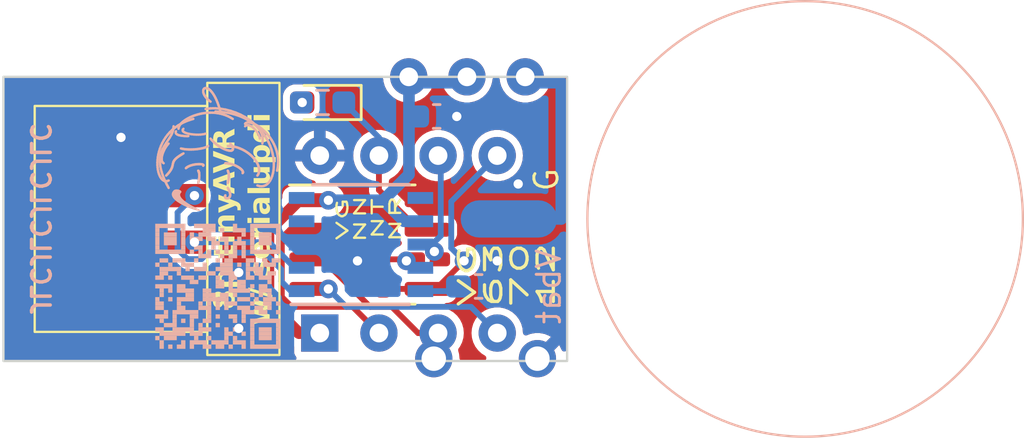
<source format=kicad_pcb>
(kicad_pcb (version 20221018) (generator pcbnew)
  (layers (0 "F.Cu" signal) (31 "B.Cu" signal) (34 "B.Paste" user) (35 "F.Paste" user) (36 "B.SilkS" user "B.Silkscreen") (37 "F.SilkS" user "F.Silkscreen") (38 "B.Mask" user) (39 "F.Mask" user) (44 "Edge.Cuts" user))
  (net 0 "")
  (net 1 "+5V")
  (net 2 "GND")
  (net 3 "Net-(D1-A)")
  (net 4 "Net-(J1-Pin_2)")
  (net 5 "Net-(J1-Pin_3)")
  (net 6 "Net-(J1-Pin_4)")
  (net 7 "Net-(J1-Pin_5)")
  (net 8 "Net-(J1-Pin_6)")
  (net 9 "Net-(J1-Pin_7)")
  (net 10 "Net-(U3-V3)")
  (net 13 "Net-(J2-D+)")
  (net 14 "Net-(J2-D-)")
  (net 15 "Net-(SW2-C)")
  (footprint "Package_SO:SOIC-8_3.9x4.9mm_P1.27mm" (layer "F.Cu") (at 115.625 101.1)
    (fp_text reference "U1" hide)
    (fp_text value "ATtiny202-SS" hide)
  )
  (footprint "Package_DIP:DIP-8_W7.62mm" (layer "F.Cu") (at 113.48 104.9 90)
    (fp_text reference "J1" hide)
    (fp_text value "Conn_02x04_Counter_Clockwise" hide)
  )
  (footprint "Library:PCB_USB_Conn" (layer "F.Cu") (at 100 100)
    (fp_text reference "J2" hide)
    (fp_text value "~")
  )
  (footprint "Library:sop_jumper" (layer "F.Cu") (at 116.2 102.4 90)
    (fp_text reference "JP1" hide)
    (fp_text value "SolderJumper_2_Open" hide)
  )
  (footprint "LED_SMD:LED_0603_1608Metric_Pad1.05x0.95mm_HandSolder" (layer "F.Cu") (at 113.6 95 180)
    (fp_text reference "D1" hide)
    (fp_text value "LED" hide)
  )
  (footprint "Library:TVAF06-A020B-R" (layer "F.Cu") (at 120.6 106 90)
    (fp_text reference "SW1" hide)
    (fp_text value "SW_Push" hide)
  )
  (footprint "Library:3pad_2.5_h" (layer "F.Cu") (at 119.8 93.9 90)
    (fp_text reference "SW2" hide)
    (fp_text value "SW_SPDT" hide)
  )
  (footprint "Resistor_SMD:R_0603_1608Metric_Pad0.98x0.95mm_HandSolder" (layer "B.Cu") (at 113.6 95 180)
    (fp_text reference "R1" hide)
    (fp_text value "10k" hide)
  )
  (footprint "Library:ELDC_v" (layer "B.Cu") (at 123.67 100)
    (fp_text reference "C3" hide)
    (fp_text value "1.5F")
  )
  (footprint "Capacitor_SMD:C_0603_1608Metric_Pad1.08x0.95mm_HandSolder" (layer "B.Cu") (at 120.3 102.9)
    (fp_text reference "C2" hide)
    (fp_text value "0u1")
  )
  (footprint "Capacitor_SMD:C_0603_1608Metric_Pad1.08x0.95mm_HandSolder" (layer "B.Cu") (at 118.5 95.6)
    (fp_text reference "C1" hide)
    (fp_text value "0u1")
  )
  (footprint "Package_SO:SSOP-10_3.9x4.9mm_P1.00mm" (layer "B.Cu") (at 115.25 101.1)
    (fp_text reference "U3" hide)
    (fp_text value "CH340K")
  )
  (gr_poly (pts (xy 109.74854 100.392292) (xy 109.933749 100.392292) (xy 109.933749 100.207084) (xy 109.74854 100.207084)) (fill solid) (layer "B.SilkS"))
  (gr_poly (pts (xy 108.822499 101.133126) (xy 109.192916 101.133126) (xy 109.192916 100.947917) (xy 108.822499 100.947917)) (fill solid) (layer "B.SilkS"))
  (gr_line (start 111.672407 97.799838) (end 111.687015 97.674756) (stroke (width 0.105833)) (layer "B.SilkS"))
  (gr_poly (pts (xy 107.526041 101.133126) (xy 107.711249 101.133126) (xy 107.711249 100.947917) (xy 107.526041 100.947917)) (fill solid) (layer "B.SilkS"))
  (gr_line (start 111.67658 97.316871) (end 111.656888 97.20388) (stroke (width 0.105833)) (layer "B.SilkS"))
  (gr_line (start 107.699248 95.825463) (end 107.543673 95.900278) (stroke (width 0.105833)) (layer "B.SilkS"))
  (gr_poly (pts (xy 110.489374 101.133126) (xy 110.674582 101.133126) (xy 110.674582 100.947917) (xy 110.489374 100.947917)) (fill solid) (layer "B.SilkS"))
  (gr_line (start 111.350188 96.859637) (end 111.281339 96.703726) (stroke (width 0.105833)) (layer "B.SilkS"))
  (gr_line (start 108.831195 96.60039) (end 108.874241 96.647118) (stroke (width 0.105833)) (layer "B.SilkS"))
  (gr_line (start 109.0877 94.997755) (end 109.130995 95.115377) (stroke (width 0.105833)) (layer "B.SilkS"))
  (gr_poly (pts (xy 108.081666 101.318334) (xy 108.452082 101.318334) (xy 108.452082 101.133126) (xy 108.081666 101.133126)) (fill solid) (layer "B.SilkS"))
  (gr_line (start 107.644342 95.794354) (end 107.59316 95.835701) (stroke (width 0.105833)) (layer "B.SilkS"))
  (gr_poly (pts (xy 109.933749 103.540834) (xy 110.489374 103.540834) (xy 110.489374 103.355625) (xy 109.933749 103.355625)) (fill solid) (layer "B.SilkS"))
  (gr_line (start 110.687883 95.933254) (end 110.614703 95.866701) (stroke (width 0.105833)) (layer "B.SilkS"))
  (gr_poly (pts (xy 108.452082 103.355625) (xy 109.007707 103.355625) (xy 109.007707 103.170417) (xy 108.452082 103.170417)) (fill solid) (layer "B.SilkS"))
  (gr_poly (pts (xy 109.378124 104.837292) (xy 109.563332 104.837292) (xy 109.563332 104.652084) (xy 109.378124 104.652084)) (fill solid) (layer "B.SilkS"))
  (gr_line (start 108.270221 97.940114) (end 108.265493 97.932931) (stroke (width 0.105833)) (layer "B.SilkS"))
  (gr_line (start 110.827846 98.098334) (end 110.848513 98.055197) (stroke (width 0.105833)) (layer "B.SilkS"))
  (gr_line (start 109.599345 98.803527) (end 109.581123 98.761485) (stroke (width 0.105833)) (layer "B.SilkS"))
  (gr_line (start 106.912604 96.856201) (end 106.951568 96.806617) (stroke (width 0.1)) (layer "B.SilkS"))
  (gr_line (start 109.013302 96.774901) (end 109.06193 96.813103) (stroke (width 0.105833)) (layer "B.SilkS"))
  (gr_line (start 109.561538 98.342829) (end 109.566469 98.316051) (stroke (width 0.105833)) (layer "B.SilkS"))
  (gr_line (start 107.49386 96.419432) (end 107.44575 96.408218) (stroke (width 0.1)) (layer "B.SilkS"))
  (gr_poly (pts (xy 109.192916 100.947917) (xy 109.563332 100.947917) (xy 109.563332 100.762709) (xy 109.192916 100.762709)) (fill solid) (layer "B.SilkS"))
  (gr_line (start 107.595973 96.434728) (end 107.544452 96.428165) (stroke (width 0.1)) (layer "B.SilkS"))
  (gr_line (start 107.608246 96.235593) (end 107.598392 96.219454) (stroke (width 0.1)) (layer "B.SilkS"))
  (gr_line (start 107.00816 98.003563) (end 107.038694 97.96373) (stroke (width 0.105833)) (layer "B.SilkS"))
  (gr_line (start 107.475464 95.962612) (end 107.44928 96.004968) (stroke (width 0.105833)) (layer "B.SilkS"))
  (gr_line (start 109.569547 97.06279) (end 109.605153 97.067971) (stroke (width 0.105833)) (layer "B.SilkS"))
  (gr_line (start 110.076597 95.523001) (end 109.869736 95.434272) (stroke (width 0.105833)) (layer "B.SilkS"))
  (gr_poly (pts (xy 106.599999 103.355625) (xy 106.785207 103.355625) (xy 106.785207 103.170417) (xy 106.599999 103.170417)) (fill solid) (layer "B.SilkS"))
  (gr_line (start 108.283812 97.646618) (end 108.221464 97.649744) (stroke (width 0.105833)) (layer "B.SilkS"))
  (gr_line (start 107.331803 96.356593) (end 107.319278 96.34496) (stroke (width 0.1)) (layer "B.SilkS"))
  (gr_line (start 109.422993 99.080535) (end 109.431513 99.091087) (stroke (width 0.105833)) (layer "B.SilkS"))
  (gr_poly (pts (xy 109.192916 102.059167) (xy 109.74854 102.059167) (xy 109.74854 101.873959) (xy 109.192916 101.873959)) (fill solid) (layer "B.SilkS"))
  (gr_poly (pts (xy 110.118957 101.318334) (xy 110.304165 101.318334) (xy 110.304165 101.133126) (xy 110.118957 101.133126)) (fill solid) (layer "B.SilkS"))
  (gr_line (start 110.409186 95.974653) (end 110.43463 95.978923) (stroke (width 0.1)) (layer "B.SilkS"))
  (gr_line (start 111.102907 96.400625) (end 110.992432 96.256108) (stroke (width 0.105833)) (layer "B.SilkS"))
  (gr_line (start 106.739798 96.988286) (end 106.709047 97.056715) (stroke (width 0.105833)) (layer "B.SilkS"))
  (gr_poly (pts (xy 109.007707 104.652084) (xy 109.192916 104.652084) (xy 109.192916 104.466875) (xy 109.007707 104.466875)) (fill solid) (layer "B.SilkS"))
  (gr_line (start 108.390524 97.650907) (end 108.340734 97.647057) (stroke (width 0.105833)) (layer "B.SilkS"))
  (gr_line (start 107.294757 96.288348) (end 107.295991 96.271482) (stroke (width 0.1)) (layer "B.SilkS"))
  (gr_line (start 107.86773 95.760105) (end 107.699248 95.825463) (stroke (width 0.105833)) (layer "B.SilkS"))
  (gr_line (start 109.46499 97.610971) (end 109.504564 97.613648) (stroke (width 0.105833)) (layer "B.SilkS"))
  (gr_line (start 111.012818 96.76339) (end 111.027462 96.684047) (stroke (width 0.105833)) (layer "B.SilkS"))
  (gr_line (start 108.087312 97.667314) (end 108.018919 97.682068) (stroke (width 0.105833)) (layer "B.SilkS"))
  (gr_line (start 108.221465 95.519849) (end 108.136098 95.546158) (stroke (width 0.105833)) (layer "B.SilkS"))
  (gr_poly (pts (xy 109.007707 102.614792) (xy 109.192916 102.614792) (xy 109.192916 102.429584) (xy 109.007707 102.429584)) (fill solid) (layer "B.SilkS"))
  (gr_poly (pts (xy 107.896457 105.578125) (xy 108.081666 105.578125) (xy 108.081666 105.392917) (xy 107.896457 105.392917)) (fill solid) (layer "B.SilkS"))
  (gr_line (start 108.452846 96.961983) (end 108.381248 96.977124) (stroke (width 0.105833)) (layer "B.SilkS"))
  (gr_line (start 108.48401 97.689002) (end 108.480053 97.68137) (stroke (width 0.105833)) (layer "B.SilkS"))
  (gr_poly (pts (xy 109.563332 102.985209) (xy 109.74854 102.985209) (xy 109.74854 102.8) (xy 109.563332 102.8)) (fill solid) (layer "B.SilkS"))
  (gr_line (start 109.765701 96.890501) (end 109.688429 96.878835) (stroke (width 0.105833)) (layer "B.SilkS"))
  (gr_poly (pts (xy 107.896457 100.947917) (xy 108.452082 100.947917) (xy 108.452082 100.762709) (xy 107.896457 100.762709)) (fill solid) (layer "B.SilkS"))
  (gr_line (start 109.659955 97.640055) (end 109.697592 97.650096) (stroke (width 0.105833)) (layer "B.SilkS"))
  (gr_poly (pts (xy 110.674582 102.059167) (xy 110.85979 102.059167) (xy 110.85979 101.873959) (xy 110.674582 101.873959)) (fill solid) (layer "B.SilkS"))
  (gr_line (start 109.576624 98.129266) (end 109.575103 98.109639) (stroke (width 0.105833)) (layer "B.SilkS"))
  (gr_line (start 109.633478 98.943015) (end 109.630216 98.912329) (stroke (width 0.105833)) (layer "B.SilkS"))
  (gr_line (start 110.271985 96.022557) (end 110.29243 96.004851) (stroke (width 0.1)) (layer "B.SilkS"))
  (gr_poly (pts (xy 110.489374 105.0225) (xy 110.674582 105.0225) (xy 110.674582 104.837292) (xy 110.489374 104.837292)) (fill solid) (layer "B.SilkS"))
  (gr_line (start 109.280182 95.407178) (end 109.001985 95.387557) (stroke (width 0.105833)) (layer "B.SilkS"))
  (gr_poly (pts (xy 111.600624 100.762709) (xy 111.785832 100.762709) (xy 111.785832 100.577501) (xy 111.600624 100.577501)) (fill solid) (layer "B.SilkS"))
  (gr_poly (pts (xy 108.266874 101.503542) (xy 108.452082 101.503542) (xy 108.452082 101.318334) (xy 108.266874 101.318334)) (fill solid) (layer "B.SilkS"))
  (gr_line (start 111.406053 97.016672) (end 111.350188 96.859637) (stroke (width 0.105833)) (layer "B.SilkS"))
  (gr_line (start 110.762084 97.551352) (end 110.727968 97.498836) (stroke (width 0.105833)) (layer "B.SilkS"))
  (gr_line (start 108.282468 97.965022) (end 108.279203 97.957381) (stroke (width 0.105833)) (layer "B.SilkS"))
  (gr_line (start 110.16518 97.93909) (end 110.173361 97.955023) (stroke (width 0.105833)) (layer "B.SilkS"))
  (gr_poly (pts (xy 110.489374 104.837292) (xy 110.674582 104.837292) (xy 110.674582 104.652084) (xy 110.489374 104.652084)) (fill solid) (layer "B.SilkS"))
  (gr_line (start 110.182068 97.984814) (end 110.182401 97.99848) (stroke (width 0.105833)) (layer "B.SilkS"))
  (gr_line (start 107.60936 96.147921) (end 107.626152 96.12839) (stroke (width 0.1)) (layer "B.SilkS"))
  (gr_line (start 107.543673 95.900278) (end 107.400636 95.983696) (stroke (width 0.105833)) (layer "B.SilkS"))
  (gr_line (start 106.65832 97.203418) (end 106.639546 97.282428) (stroke (width 0.105833)) (layer "B.SilkS"))
  (gr_line (start 107.560348 97.2252) (end 107.626152 97.186723) (stroke (width 0.105833)) (layer "B.SilkS"))
  (gr_poly (pts (xy 107.526041 105.392917) (xy 107.711249 105.392917) (xy 107.711249 105.207709) (xy 107.526041 105.207709)) (fill solid) (layer "B.SilkS"))
  (gr_line (start 106.691933 97.436782) (end 106.692152 97.409423) (stroke (width 0.1)) (layer "B.SilkS"))
  (gr_line (start 110.902179 96.508574) (end 110.905764 96.530982) (stroke (width 0.1)) (layer "B.SilkS"))
  (gr_line (start 110.897816 98.590995) (end 110.989073 98.597826) (stroke (width 0.105833)) (layer "B.SilkS"))
  (gr_poly (pts (xy 111.230207 103.91125) (xy 111.415415 103.91125) (xy 111.415415 103.726042) (xy 111.230207 103.726042)) (fill solid) (layer "B.SilkS"))
  (gr_line (start 109.555598 98.370304) (end 109.561538 98.342829) (stroke (width 0.105833)) (layer "B.SilkS"))
  (gr_line (start 109.688429 96.878835) (end 109.610188 96.871665) (stroke (width 0.105833)) (layer "B.SilkS"))
  (gr_line (start 109.621737 97.631293) (end 109.659955 97.640055) (stroke (width 0.105833)) (layer "B.SilkS"))
  (gr_poly (pts (xy 110.85979 102.614792) (xy 111.415415 102.614792) (xy 111.415415 102.429584) (xy 110.85979 102.429584)) (fill solid) (layer "B.SilkS"))
  (gr_line (start 108.878714 95.43769) (end 108.780733 95.436598) (stroke (width 0.105833)) (layer "B.SilkS"))
  (gr_line (start 106.805634 97.032237) (end 106.839017 96.970096) (stroke (width 0.1)) (layer "B.SilkS"))
  (gr_line (start 107.202819 96.022557) (end 107.199508 96.090521) (stroke (width 0.105833)) (layer "B.SilkS"))
  (gr_line (start 108.484394 94.583885) (end 108.47682 94.544424) (stroke (width 0.105833)) (layer "B.SilkS"))
  (gr_line (start 107.150703 96.172935) (end 107.043071 96.27705) (stroke (width 0.105833)) (layer "B.SilkS"))
  (gr_poly (pts (xy 111.600624 101.133126) (xy 111.785832 101.133126) (xy 111.785832 100.947917) (xy 111.600624 100.947917)) (fill solid) (layer "B.SilkS"))
  (gr_line (start 110.867553 97.813933) (end 110.855722 97.762192) (stroke (width 0.105833)) (layer "B.SilkS"))
  (gr_line (start 110.501868 97.249045) (end 110.446764 97.203273) (stroke (width 0.105833)) (layer "B.SilkS"))
  (gr_line (start 109.618621 99.039404) (end 109.625978 99.019144) (stroke (width 0.105833)) (layer "B.SilkS"))
  (gr_line (start 110.870605 96.144927) (end 110.816261 96.07256) (stroke (width 0.105833)) (layer "B.SilkS"))
  (gr_poly (pts (xy 110.118957 101.688751) (xy 110.304165 101.688751) (xy 110.304165 101.503542) (xy 110.118957 101.503542)) (fill solid) (layer "B.SilkS"))
  (gr_line (start 109.652336 95.649201) (end 109.559703 95.600515) (stroke (width 0.105833)) (layer "B.SilkS"))
  (gr_line (start 107.598479 96.166812) (end 107.60936 96.147921) (stroke (width 0.1)) (layer "B.SilkS"))
  (gr_poly (pts (xy 109.007707 103.726042) (xy 109.192916 103.726042) (xy 109.192916 103.540834) (xy 109.007707 103.540834)) (fill solid) (layer "B.SilkS"))
  (gr_line (start 108.790319 96.551723) (end 108.831195 96.60039) (stroke (width 0.105833)) (layer "B.SilkS"))
  (gr_poly (pts (xy 108.081666 105.207709) (xy 108.266874 105.207709) (xy 108.266874 105.0225) (xy 108.081666 105.0225)) (fill solid) (layer "B.SilkS"))
  (gr_line (start 107.043071 96.27705) (end 106.946504 96.386359) (stroke (width 0.105833)) (layer "B.SilkS"))
  (gr_line (start 106.951568 96.806617) (end 106.991152 96.76339) (stroke (width 0.1)) (layer "B.SilkS"))
  (gr_line (start 111.647818 97.927557) (end 111.672407 97.799838) (stroke (width 0.105833)) (layer "B.SilkS"))
  (gr_poly (pts (xy 108.637291 100.947917) (xy 109.007707 100.947917) (xy 109.007707 100.762709) (xy 108.637291 100.762709)) (fill solid) (layer "B.SilkS"))
  (gr_line (start 108.053852 95.575297) (end 107.975055 95.606994) (stroke (width 0.105833)) (layer "B.SilkS"))
  (gr_line (start 109.558482 98.716459) (end 109.531152 98.66839) (stroke (width 0.105833)) (layer "B.SilkS"))
  (gr_line (start 110.179924 98.011195) (end 110.174539 98.022864) (stroke (width 0.105833)) (layer "B.SilkS"))
  (gr_line (start 110.32807 97.117774) (end 110.264828 97.078513) (stroke (width 0.105833)) (layer "B.SilkS"))
  (gr_line (start 109.411075 99.039579) (end 109.412503 99.054723) (stroke (width 0.105833)) (layer "B.SilkS"))
  (gr_line (start 108.307283 98.170171) (end 108.308048 98.146407) (stroke (width 0.105833)) (layer "B.SilkS"))
  (gr_line (start 109.417212 99.005104) (end 109.412554 99.02302) (stroke (width 0.105833)) (layer "B.SilkS"))
  (gr_line (start 108.998823 94.797315) (end 109.043533 94.891877) (stroke (width 0.105833)) (layer "B.SilkS"))
  (gr_line (start 108.221464 97.649744) (end 108.155396 97.656591) (stroke (width 0.105833)) (layer "B.SilkS"))
  (gr_poly (pts (xy 111.600624 100.577501) (xy 111.785832 100.577501) (xy 111.785832 100.392292) (xy 111.600624 100.392292)) (fill solid) (layer "B.SilkS"))
  (gr_line (start 109.559703 95.600515) (end 109.465248 95.558729) (stroke (width 0.105833)) (layer "B.SilkS"))
  (gr_line (start 108.174413 96.380494) (end 108.081938 96.375404) (stroke (width 0.1)) (layer "B.SilkS"))
  (gr_line (start 108.965605 96.734451) (end 109.013302 96.774901) (stroke (width 0.105833)) (layer "B.SilkS"))
  (gr_poly (pts (xy 107.340832 103.726042) (xy 107.526041 103.726042) (xy 107.526041 103.540834) (xy 107.340832 103.540834)) (fill solid) (layer "B.SilkS"))
  (gr_line (start 106.730767 97.56974) (end 106.719127 97.551973) (stroke (width 0.1)) (layer "B.SilkS"))
  (gr_line (start 106.550223 97.984504) (end 106.575451 98.069396) (stroke (width 0.105833)) (layer "B.SilkS"))
  (gr_poly (pts (xy 111.600624 103.726042) (xy 111.785832 103.726042) (xy 111.785832 103.540834) (xy 111.600624 103.540834)) (fill solid) (layer "B.SilkS"))
  (gr_poly (pts (xy 109.192916 103.355625) (xy 109.563332 103.355625) (xy 109.563332 103.170417) (xy 109.192916 103.170417)) (fill solid) (layer "B.SilkS"))
  (gr_line (start 108.684485 96.869224) (end 108.658621 96.889016) (stroke (width 0.105833)) (layer "B.SilkS"))
  (gr_poly (pts (xy 106.599999 101.873959) (xy 106.970416 101.873959) (xy 106.970416 101.688751) (xy 106.599999 101.688751)) (fill solid) (layer "B.SilkS"))
  (gr_line (start 109.160735 96.882453) (end 109.210293 96.913446) (stroke (width 0.105833)) (layer "B.SilkS"))
  (gr_poly (pts (xy 111.044999 101.873959) (xy 111.230207 101.873959) (xy 111.230207 101.688751) (xy 111.044999 101.688751)) (fill solid) (layer "B.SilkS"))
  (gr_line (start 108.698335 94.416453) (end 108.737618 94.443732) (stroke (width 0.105833)) (layer "B.SilkS"))
  (gr_poly (pts (xy 111.230207 102.8) (xy 111.415415 102.8) (xy 111.415415 102.614792) (xy 111.230207 102.614792)) (fill solid) (layer "B.SilkS"))
  (gr_line (start 107.762655 95.71472) (end 107.70095 95.753936) (stroke (width 0.105833)) (layer "B.SilkS"))
  (gr_line (start 107.601993 96.992472) (end 107.520319 96.975057) (stroke (width 0.105833)) (layer "B.SilkS"))
  (gr_line (start 106.622389 97.644783) (end 106.635589 97.748792) (stroke (width 0.105833)) (layer "B.SilkS"))
  (gr_line (start 108.51801 94.670753) (end 108.498014 94.626137) (stroke (width 0.105833)) (layer "B.SilkS"))
  (gr_line (start 109.466918 99.112627) (end 109.481097 99.116241) (stroke (width 0.105833)) (layer "B.SilkS"))
  (gr_poly (pts (xy 109.007707 102.244376) (xy 109.74854 102.244376) (xy 109.74854 102.059167) (xy 109.007707 102.059167)) (fill solid) (layer "B.SilkS"))
  (gr_poly (pts (xy 106.414791 100.577501) (xy 106.599999 100.577501) (xy 106.599999 100.392292) (xy 106.414791 100.392292)) (fill solid) (layer "B.SilkS"))
  (gr_line (start 111.224443 96.359048) (end 111.158339 96.28714) (stroke (width 0.105833)) (layer "B.SilkS"))
  (gr_line (start 111.630026 97.0943) (end 111.596555 96.988286) (stroke (width 0.105833)) (layer "B.SilkS"))
  (gr_line (start 107.296663 96.30409) (end 107.294757 96.288348) (stroke (width 0.1)) (layer "B.SilkS"))
  (gr_line (start 111.225948 98.502047) (end 111.291122 98.43582) (stroke (width 0.105833)) (layer "B.SilkS"))
  (gr_line (start 110.801152 98.139223) (end 110.827846 98.098334) (stroke (width 0.105833)) (layer "B.SilkS"))
  (gr_line (start 107.903964 96.353286) (end 107.823117 96.336569) (stroke (width 0.1)) (layer "B.SilkS"))
  (gr_line (start 108.517467 96.945291) (end 108.452846 96.961983) (stroke (width 0.105833)) (layer "B.SilkS"))
  (gr_line (start 107.309117 96.332357) (end 107.301514 96.318747) (stroke (width 0.1)) (layer "B.SilkS"))
  (gr_line (start 107.59316 95.835701) (end 107.547733 95.877708) (stroke (width 0.105833)) (layer "B.SilkS"))
  (gr_line (start 107.837818 96.44589) (end 107.780354 96.445477) (stroke (width 0.1)) (layer "B.SilkS"))
  (gr_line (start 107.775884 97.013659) (end 107.687543 97.005236) (stroke (width 0.105833)) (layer "B.SilkS"))
  (gr_line (start 108.431477 97.658013) (end 108.390524 97.650907) (stroke (width 0.105833)) (layer "B.SilkS"))
  (gr_line (start 109.840387 97.701114) (end 109.873663 97.716097) (stroke (width 0.105833)) (layer "B.SilkS"))
  (gr_line (start 110.446764 97.203273) (end 110.388774 97.159438) (stroke (width 0.105833)) (layer "B.SilkS"))
  (gr_line (start 108.381248 96.977124) (end 108.303759 96.990405) (stroke (width 0.105833)) (layer "B.SilkS"))
  (gr_poly (pts (xy 106.414791 105.207709) (xy 106.599999 105.207709) (xy 106.599999 105.0225) (xy 106.414791 105.0225)) (fill solid) (layer "B.SilkS"))
  (gr_line (start 109.540221 97.949183) (end 109.535493 97.937272) (stroke (width 0.105833)) (layer "B.SilkS"))
  (gr_line (start 108.661144 94.397081) (end 108.698335 94.416453) (stroke (width 0.105833)) (layer "B.SilkS"))
  (gr_line (start 108.578652 96.340057) (end 108.547384 96.349362) (stroke (width 0.1)) (layer "B.SilkS"))
  (gr_line (start 108.977181 95.443781) (end 108.878714 95.43769) (stroke (width 0.105833)) (layer "B.SilkS"))
  (gr_line (start 108.492989 95.460608) (end 108.400239 95.476802) (stroke (width 0.105833)) (layer "B.SilkS"))
  (gr_line (start 107.430169 96.046897) (end 107.418461 96.088128) (stroke (width 0.105833)) (layer "B.SilkS"))
  (gr_poly (pts (xy 109.378124 101.318334) (xy 109.563332 101.318334) (xy 109.563332 101.133126) (xy 109.378124 101.133126)) (fill solid) (layer "B.SilkS"))
  (gr_line (start 110.295456 95.890653) (end 110.271985 95.916724) (stroke (width 0.105833)) (layer "B.SilkS"))
  (gr_line (start 108.500398 94.42301) (end 108.518113 94.403896) (stroke (width 0.105833)) (layer "B.SilkS"))
  (gr_line (start 109.043533 94.891877) (end 109.0877 94.997755) (stroke (width 0.105833)) (layer "B.SilkS"))
  (gr_line (start 109.552468 97.986339) (end 109.546035 97.965591) (stroke (width 0.105833)) (layer "B.SilkS"))
  (gr_line (start 109.465248 95.558729) (end 109.369301 95.523569) (stroke (width 0.105833)) (layer "B.SilkS"))
  (gr_line (start 107.689326 96.292592) (end 107.663388 96.279515) (stroke (width 0.1)) (layer "B.SilkS"))
  (gr_poly (pts (xy 109.563332 105.578125) (xy 109.74854 105.578125) (xy 109.74854 105.392917) (xy 109.563332 105.392917)) (fill solid) (layer "B.SilkS"))
  (gr_line (start 109.598247 99.0726) (end 109.609287 99.057204) (stroke (width 0.105833)) (layer "B.SilkS"))
  (gr_line (start 107.154656 96.279492) (end 107.130068 96.338736) (stroke (width 0.105833)) (layer "B.SilkS"))
  (gr_poly (pts (xy 106.599999 105.578125) (xy 106.785207 105.578125) (xy 106.785207 105.392917) (xy 106.599999 105.392917)) (fill solid) (layer "B.SilkS"))
  (gr_line (start 107.217798 97.511907) (end 107.232636 97.488643) (stroke (width 0.105833)) (layer "B.SilkS"))
  (gr_line (start 107.120136 97.826684) (end 107.132455 97.797122) (stroke (width 0.105833)) (layer "B.SilkS"))
  (gr_poly (pts (xy 109.74854 100.577501) (xy 110.304165 100.577501) (xy 110.304165 100.392292) (xy 109.74854 100.392292)) (fill solid) (layer "B.SilkS"))
  (gr_poly (pts (xy 106.414791 101.318334) (xy 106.599999 101.318334) (xy 106.599999 101.133126) (xy 106.414791 101.133126)) (fill solid) (layer "B.SilkS"))
  (gr_line (start 108.306624 98.083794) (end 108.305103 98.065688) (stroke (width 0.105833)) (layer "B.SilkS"))
  (gr_line (start 108.487081 94.447046) (end 108.500398 94.42301) (stroke (width 0.105833)) (layer "B.SilkS"))
  (gr_poly (pts (xy 108.266874 102.614792) (xy 108.637291 102.614792) (xy 108.637291 102.429584) (xy 108.266874 102.429584)) (fill solid) (layer "B.SilkS"))
  (gr_poly (pts (xy 109.74854 105.207709) (xy 109.933749 105.207709) (xy 109.933749 105.0225) (xy 109.74854 105.0225)) (fill solid) (layer "B.SilkS"))
  (gr_line (start 111.508592 97.629309) (end 111.500205 97.48115) (stroke (width 0.105833)) (layer "B.SilkS"))
  (gr_line (start 106.605853 98.145838) (end 106.64106 98.212979) (stroke (width 0.105833)) (layer "B.SilkS"))
  (gr_line (start 107.622557 96.250996) (end 107.608246 96.235593) (stroke (width 0.1)) (layer "B.SilkS"))
  (gr_line (start 110.360042 95.975841) (end 110.384285 95.973561) (stroke (width 0.1)) (layer "B.SilkS"))
  (gr_poly (pts (xy 110.85979 104.096459) (xy 111.230207 104.096459) (xy 111.230207 103.91125) (xy 110.85979 103.91125)) (fill solid) (layer "B.SilkS"))
  (gr_line (start 106.692152 97.409423) (end 106.694077 97.38094) (stroke (width 0.1)) (layer "B.SilkS"))
  (gr_poly (pts (xy 110.489374 104.652084) (xy 110.674582 104.652084) (xy 110.674582 104.466875) (xy 110.489374 104.466875)) (fill solid) (layer "B.SilkS"))
  (gr_line (start 107.40167 96.394214) (end 107.381626 96.386068) (stroke (width 0.1)) (layer "B.SilkS"))
  (gr_line (start 109.578155 98.171117) (end 109.577661 98.149765) (stroke (width 0.105833)) (layer "B.SilkS"))
  (gr_line (start 110.182401 97.99848) (end 110.179924 98.011195) (stroke (width 0.105833)) (layer "B.SilkS"))
  (gr_line (start 111.500205 97.48115) (end 111.480616 97.328766) (stroke (width 0.105833)) (layer "B.SilkS"))
  (gr_line (start 108.285772 97.973672) (end 108.282468 97.965022) (stroke (width 0.105833)) (layer "B.SilkS"))
  (gr_line (start 109.585774 99.085651) (end 109.598247 99.0726) (stroke (width 0.105833)) (layer "B.SilkS"))
  (gr_poly (pts (xy 110.85979 101.133126) (xy 111.415415 101.133126) (xy 111.415415 100.947917) (xy 110.85979 100.947917)) (fill solid) (layer "B.SilkS"))
  (gr_line (start 106.907956 98.51392) (end 106.991152 98.66839) (stroke (width 0.105833)) (layer "B.SilkS"))
  (gr_line (start 110.748829 95.965299) (end 110.683675 95.931374) (stroke (width 0.105833)) (layer "B.SilkS"))
  (gr_poly (pts (xy 107.896457 104.281667) (xy 108.266874 104.281667) (xy 108.266874 104.096459) (xy 107.896457 104.096459)) (fill solid) (layer "B.SilkS"))
  (gr_line (start 107.70095 95.753936) (end 107.644342 95.794354) (stroke (width 0.105833)) (layer "B.SilkS"))
  (gr_line (start 108.619544 94.814523) (end 108.578445 94.765373) (stroke (width 0.105833)) (layer "B.SilkS"))
  (gr_line (start 108.821147 94.523714) (end 108.864733 94.57727) (stroke (width 0.105833)) (layer "B.SilkS"))
  (gr_line (start 110.504762 95.866494) (end 110.452514 95.857683) (stroke (width 0.105833)) (layer "B.SilkS"))
  (gr_line (start 109.210293 96.913446) (end 109.259541 96.941881) (stroke (width 0.105833)) (layer "B.SilkS"))
  (gr_line (start 109.402323 97.011062) (end 109.447229 97.02849) (stroke (width 0.105833)) (layer "B.SilkS"))
  (gr_poly (pts (xy 109.378124 105.207709) (xy 109.563332 105.207709) (xy 109.563332 105.0225) (xy 109.378124 105.0225)) (fill solid) (layer "B.SilkS"))
  (gr_poly (pts (xy 109.74854 104.837292) (xy 109.933749 104.837292) (xy 109.933749 104.652084) (xy 109.74854 104.652084)) (fill solid) (layer "B.SilkS"))
  (gr_poly (pts (xy 108.637291 102.429584) (xy 109.007707 102.429584) (xy 109.007707 102.244376) (xy 108.637291 102.244376)) (fill solid) (layer "B.SilkS"))
  (gr_line (start 109.566469 98.316051) (end 109.570452 98.289989) (stroke (width 0.105833)) (layer "B.SilkS"))
  (gr_poly (pts (xy 106.785207 104.652084) (xy 107.340832 104.652084) (xy 107.340832 104.466875) (xy 106.785207 104.466875)) (fill solid) (layer "B.SilkS"))
  (gr_line (start 107.346499 96.367297) (end 107.331803 96.356593) (stroke (width 0.1)) (layer "B.SilkS"))
  (gr_line (start 110.199221 97.041887) (end 110.131425 97.00813) (stroke (width 0.105833)) (layer "B.SilkS"))
  (gr_poly (pts (xy 110.674582 102.429584) (xy 111.044999 102.429584) (xy 111.044999 102.244376) (xy 110.674582 102.244376)) (fill solid) (layer "B.SilkS"))
  (gr_line (start 107.593286 96.202598) (end 107.593218 96.185044) (stroke (width 0.1)) (layer "B.SilkS"))
  (gr_line (start 108.303155 98.0489) (end 108.300839 98.03339) (stroke (width 0.105833)) (layer "B.SilkS"))
  (gr_poly (pts (xy 108.266874 103.91125) (xy 108.822499 103.91125) (xy 108.822499 103.726042) (xy 108.266874 103.726042)) (fill solid) (layer "B.SilkS"))
  (gr_line (start 107.064733 97.9263) (end 107.086702 97.891099) (stroke (width 0.105833)) (layer "B.SilkS"))
  (gr_line (start 107.86593 97.018052) (end 107.775884 97.013659) (stroke (width 0.105833)) (layer "B.SilkS"))
  (gr_line (start 111.596555 96.988286) (end 111.557039 96.885992) (stroke (width 0.105833)) (layer "B.SilkS"))
  (gr_poly (pts (xy 110.489374 103.355625) (xy 110.674582 103.355625) (xy 110.674582 103.170417) (xy 110.489374 103.170417)) (fill solid) (layer "B.SilkS"))
  (gr_poly (pts (xy 109.007707 101.503542) (xy 109.192916 101.503542) (xy 109.192916 101.318334) (xy 109.007707 101.318334)) (fill solid) (layer "B.SilkS"))
  (gr_line (start 110.109201 97.87071) (end 110.12649 97.888309) (stroke (width 0.105833)) (layer "B.SilkS"))
  (gr_line (start 109.748865 96.958792) (end 109.739511 96.927928) (stroke (width 0.105833)) (layer "B.SilkS"))
  (gr_poly (pts (xy 111.600624 104.837292) (xy 111.785832 104.837292) (xy 111.785832 104.652084) (xy 111.600624 104.652084)) (fill solid) (layer "B.SilkS"))
  (gr_poly (pts (xy 107.340832 102.429584) (xy 107.526041 102.429584) (xy 107.526041 102.244376) (xy 107.340832 102.244376)) (fill solid) (layer "B.SilkS"))
  (gr_line (start 108.574027 96.92736) (end 108.517467 96.945291) (stroke (width 0.105833)) (layer "B.SilkS"))
  (gr_poly (pts (xy 111.230207 103.355625) (xy 111.415415 103.355625) (xy 111.415415 103.170417) (xy 111.230207 103.170417)) (fill solid) (layer "B.SilkS"))
  (gr_line (start 110.561079 95.881816) (end 110.504762 95.866494) (stroke (width 0.105833)) (layer "B.SilkS"))
  (gr_poly (pts (xy 106.785207 105.207709) (xy 107.340832 105.207709) (xy 107.340832 105.0225) (xy 106.785207 105.0225)) (fill solid) (layer "B.SilkS"))
  (gr_line (start 108.340734 97.647057) (end 108.283812 97.646618) (stroke (width 0.105833)) (layer "B.SilkS"))
  (gr_line (start 111.291122 98.43582) (end 111.34866 98.354672) (stroke (width 0.105833)) (layer "B.SilkS"))
  (gr_poly (pts (xy 107.896457 105.392917) (xy 108.637291 105.392917) (xy 108.637291 105.207709) (xy 107.896457 105.207709)) (fill solid) (layer "B.SilkS"))
  (gr_line (start 108.909094 94.640438) (end 108.9539 94.713645) (stroke (width 0.105833)) (layer "B.SilkS"))
  (gr_line (start 107.319278 96.34496) (end 107.309117 96.332357) (stroke (width 0.1)) (layer "B.SilkS"))
  (gr_line (start 109.075802 95.455143) (end 108.977181 95.443781) (stroke (width 0.105833)) (layer "B.SilkS"))
  (gr_line (start 108.305103 98.065688) (end 108.303155 98.0489) (stroke (width 0.105833)) (layer "B.SilkS"))
  (gr_poly (pts (xy 110.489374 100.577501) (xy 110.674582 100.577501) (xy 110.674582 100.392292) (xy 110.489374 100.392292)) (fill solid) (layer "B.SilkS"))
  (gr_line (start 107.199508 96.090521) (end 107.189977 96.155753) (stroke (width 0.105833)) (layer "B.SilkS"))
  (gr_line (start 111.688539 97.433117) (end 111.67658 97.316871) (stroke (width 0.105833)) (layer "B.SilkS"))
  (gr_line (start 110.089877 97.852936) (end 110.109201 97.87071) (stroke (width 0.105833)) (layer "B.SilkS"))
  (gr_line (start 109.578048 98.193303) (end 109.578155 98.171117) (stroke (width 0.105833)) (layer "B.SilkS"))
  (gr_line (start 109.504564 97.613648) (end 109.543945 97.617992) (stroke (width 0.105833)) (layer "B.SilkS"))
  (gr_line (start 110.726738 95.98783) (end 110.570626 95.866743) (stroke (width 0.105833)) (layer "B.SilkS"))
  (gr_poly (pts (xy 108.637291 105.207709) (xy 108.822499 105.207709) (xy 108.822499 105.0225) (xy 108.637291 105.0225)) (fill solid) (layer "B.SilkS"))
  (gr_line (start 110.957473 96.294117) (end 110.917818 96.218843) (stroke (width 0.105833)) (layer "B.SilkS"))
  (gr_line (start 110.614703 95.866701) (end 110.452491 95.740765) (stroke (width 0.105833)) (layer "B.SilkS"))
  (gr_line (start 110.020666 97.799538) (end 110.045513 97.817253) (stroke (width 0.105833)) (layer "B.SilkS"))
  (gr_poly (pts (xy 110.118957 105.578125) (xy 110.304165 105.578125) (xy 110.304165 105.392917) (xy 110.118957 105.392917)) (fill solid) (layer "B.SilkS"))
  (gr_poly (pts (xy 108.081666 100.392292) (xy 109.007707 100.392292) (xy 109.007707 100.207084) (xy 108.081666 100.207084)) (fill solid) (layer "B.SilkS"))
  (gr_line (start 109.994173 97.782036) (end 110.020666 97.799538) (stroke (width 0.105833)) (layer "B.SilkS"))
  (gr_line (start 109.535493 97.937272) (end 109.531152 97.927557) (stroke (width 0.105833)) (layer "B.SilkS"))
  (gr_line (start 110.876099 97.914625) (end 110.874403 97.864822) (stroke (width 0.105833)) (layer "B.SilkS"))
  (gr_poly (pts (xy 106.414791 102.985209) (xy 107.155624 102.985209) (xy 107.155624 102.8) (xy 106.414791 102.8)) (fill solid) (layer "B.SilkS"))
  (gr_line (start 110.388774 97.159438) (end 110.32807 97.117774) (stroke (width 0.105833)) (layer "B.SilkS"))
  (gr_poly (pts (xy 110.118957 101.503542) (xy 110.304165 101.503542) (xy 110.304165 101.318334) (xy 110.118957 101.318334)) (fill solid) (layer "B.SilkS"))
  (gr_line (start 111.349752 96.517126) (end 111.288435 96.435762) (stroke (width 0.105833)) (layer "B.SilkS"))
  (gr_line (start 110.816261 96.07256) (end 110.755211 96.001938) (stroke (width 0.105833)) (layer "B.SilkS"))
  (gr_poly (pts (xy 109.933749 102.985209) (xy 110.304165 102.985209) (xy 110.304165 102.8) (xy 109.933749 102.8)) (fill solid) (layer "B.SilkS"))
  (gr_poly (pts (xy 106.785207 100.762709) (xy 107.340832 100.762709) (xy 107.340832 100.577501) (xy 106.785207 100.577501)) (fill solid) (layer "B.SilkS"))
  (gr_line (start 111.012405 96.447957) (end 110.989144 96.370552) (stroke (width 0.105833)) (layer "B.SilkS"))
  (gr_poly (pts (xy 109.007707 105.578125) (xy 109.378124 105.578125) (xy 109.378124 105.392917) (xy 109.007707 105.392917)) (fill solid) (layer "B.SilkS"))
  (gr_line (start 106.509266 97.687662) (end 106.516762 97.792785) (stroke (width 0.105833)) (layer "B.SilkS"))
  (gr_poly (pts (xy 108.266874 103.726042) (xy 108.452082 103.726042) (xy 108.452082 103.540834) (xy 108.266874 103.540834)) (fill solid) (layer "B.SilkS"))
  (gr_poly (pts (xy 108.452082 103.170417) (xy 108.822499 103.170417) (xy 108.822499 102.985209) (xy 108.452082 102.985209)) (fill solid) (layer "B.SilkS"))
  (gr_line (start 111.158339 96.28714) (end 111.090685 96.220193) (stroke (width 0.105833)) (layer "B.SilkS"))
  (gr_line (start 110.045513 97.817253) (end 110.068616 97.835085) (stroke (width 0.105833)) (layer "B.SilkS"))
  (gr_poly (pts (xy 109.933749 103.91125) (xy 110.489374 103.91125) (xy 110.489374 103.726042) (xy 109.933749 103.726042)) (fill solid) (layer "B.SilkS"))
  (gr_line (start 107.403323 97.32749) (end 107.44936 97.295409) (stroke (width 0.105833)) (layer "B.SilkS"))
  (gr_poly (pts (xy 110.489374 103.726042) (xy 110.674582 103.726042) (xy 110.674582 103.540834) (xy 110.489374 103.540834)) (fill solid) (layer "B.SilkS"))
  (gr_line (start 107.801719 97.767686) (end 107.77635 97.78449) (stroke (width 0.105833)) (layer "B.SilkS"))
  (gr_line (start 109.730468 97.043489) (end 109.742818 97.027974) (stroke (width 0.105833)) (layer "B.SilkS"))
  (gr_line (start 108.081938 96.375404) (end 107.991013 96.366283) (stroke (width 0.1)) (layer "B.SilkS"))
  (gr_line (start 110.553909 97.296523) (end 110.501868 97.249045) (stroke (width 0.105833)) (layer "B.SilkS"))
  (gr_line (start 108.47682 94.544424) (end 108.474963 94.508179) (stroke (width 0.105833)) (layer "B.SilkS"))
  (gr_line (start 106.87488 96.911056) (end 106.912604 96.856201) (stroke (width 0.1)) (layer "B.SilkS"))
  (gr_line (start 110.817817 97.657082) (end 110.792092 97.604179) (stroke (width 0.105833)) (layer "B.SilkS"))
  (gr_line (start 110.460501 95.986177) (end 110.486681 95.996221) (stroke (width 0.1)) (layer "B.SilkS"))
  (gr_line (start 107.400636 95.983696) (end 107.269769 96.074866) (stroke (width 0.105833)) (layer "B.SilkS"))
  (gr_line (start 106.972704 98.045973) (end 107.00816 98.003563) (stroke (width 0.105833)) (layer "B.SilkS"))
  (gr_poly (pts (xy 106.414791 100.762709) (xy 106.599999 100.762709) (xy 106.599999 100.577501) (xy 106.414791 100.577501)) (fill solid) (layer "B.SilkS"))
  (gr_line (start 107.50156 97.26137) (end 107.560348 97.2252) (stroke (width 0.105833)) (layer "B.SilkS"))
  (gr_line (start 106.74879 97.16148) (end 106.775351 97.096393) (stroke (width 0.1)) (layer "B.SilkS"))
  (gr_line (start 107.646874 96.439431) (end 107.595973 96.434728) (stroke (width 0.1)) (layer "B.SilkS"))
  (gr_line (start 109.752327 96.985702) (end 109.748865 96.958792) (stroke (width 0.105833)) (layer "B.SilkS"))
  (gr_poly (pts (xy 108.637291 104.281667) (xy 108.822499 104.281667) (xy 108.822499 104.096459) (xy 108.637291 104.096459)) (fill solid) (layer "B.SilkS"))
  (gr_poly (pts (xy 110.304165 102.059167) (xy 110.489374 102.059167) (xy 110.489374 101.873959) (xy 110.304165 101.873959)) (fill solid) (layer "B.SilkS"))
  (gr_line (start 109.62362 98.878891) (end 109.613421 98.842643) (stroke (width 0.105833)) (layer "B.SilkS"))
  (gr_line (start 109.531152 97.054432) (end 109.569547 97.06279) (stroke (width 0.105833)) (layer "B.SilkS"))
  (gr_line (start 109.581123 98.761485) (end 109.558482 98.716459) (stroke (width 0.105833)) (layer "B.SilkS"))
  (gr_line (start 109.630216 98.912329) (end 109.62362 98.878891) (stroke (width 0.105833)) (layer "B.SilkS"))
  (gr_line (start 110.271985 95.625682) (end 110.076597 95.523001) (stroke (width 0.105833)) (layer "B.SilkS"))
  (gr_line (start 110.29243 96.004851) (end 110.313998 95.991293) (stroke (width 0.1)) (layer "B.SilkS"))
  (gr_line (start 109.73455 97.66132) (end 109.770733 97.673629) (stroke (width 0.105833)) (layer "B.SilkS"))
  (gr_line (start 107.101662 96.39672) (end 107.0358 96.510382) (stroke (width 0.105833)) (layer "B.SilkS"))
  (gr_line (start 110.872465 97.96311) (end 110.876099 97.914625) (stroke (width 0.105833)) (layer "B.SilkS"))
  (gr_line (start 106.508417 97.577501) (end 106.509266 97.687662) (stroke (width 0.105833)) (layer "B.SilkS"))
  (gr_line (start 109.697592 97.650096) (end 109.73455 97.66132) (stroke (width 0.105833)) (layer "B.SilkS"))
  (gr_line (start 109.673004 96.810842) (end 109.636985 96.76339) (stroke (width 0.105833)) (layer "B.SilkS"))
  (gr_line (start 107.188091 97.579025) (end 107.195952 97.556924) (stroke (width 0.105833)) (layer "B.SilkS"))
  (gr_poly (pts (xy 110.489374 100.762709) (xy 110.674582 100.762709) (xy 110.674582 100.577501) (xy 110.489374 100.577501)) (fill solid) (layer "B.SilkS"))
  (gr_line (start 110.336574 95.981687) (end 110.360042 95.975841) (stroke (width 0.1)) (layer "B.SilkS"))
  (gr_line (start 107.718559 96.304856) (end 107.689326 96.292592) (stroke (width 0.1)) (layer "B.SilkS"))
  (gr_line (start 107.753034 97.802496) (end 107.731985 97.821723) (stroke (width 0.105833)) (layer "B.SilkS"))
  (gr_poly (pts (xy 106.414791 103.726042) (xy 106.785207 103.726042) (xy 106.785207 103.540834) (xy 106.414791 103.540834)) (fill solid) (layer "B.SilkS"))
  (gr_line (start 106.931899 98.091135) (end 106.972704 98.045973) (stroke (width 0.105833)) (layer "B.SilkS"))
  (gr_line (start 109.841831 96.906431) (end 109.765701 96.890501) (stroke (width 0.105833)) (layer "B.SilkS"))
  (gr_poly (pts (xy 109.563332 102.8) (xy 109.74854 102.8) (xy 109.74854 102.614792) (xy 109.563332 102.614792)) (fill solid) (layer "B.SilkS"))
  (gr_line (start 108.265493 97.932931) (end 108.261152 97.927557) (stroke (width 0.105833)) (layer "B.SilkS"))
  (gr_poly (pts (xy 109.74854 101.133126) (xy 110.304165 101.133126) (xy 110.304165 100.947917) (xy 109.74854 100.947917)) (fill solid) (layer "B.SilkS"))
  (gr_line (start 108.484265 97.697313) (end 108.48401 97.689002) (stroke (width 0.105833)) (layer "B.SilkS"))
  (gr_line (start 107.888022 97.724288) (end 107.82893 97.752064) (stroke (width 0.105833)) (layer "B.SilkS"))
  (gr_line (start 106.785092 96.617146) (end 106.719512 96.736919) (stroke (width 0.105833)) (layer "B.SilkS"))
  (gr_line (start 106.726776 98.098916) (end 106.776369 98.229551) (stroke (width 0.105833)) (layer "B.SilkS"))
  (gr_line (start 109.111178 96.848979) (end 109.160735 96.882453) (stroke (width 0.105833)) (layer "B.SilkS"))
  (gr_line (start 111.557039 96.885992) (end 111.512039 96.787575) (stroke (width 0.105833)) (layer "B.SilkS"))
  (gr_line (start 110.792092 97.604179) (end 110.762084 97.551352) (stroke (width 0.105833)) (layer "B.SilkS"))
  (gr_line (start 111.281339 96.703726) (end 111.19906 96.550277) (stroke (width 0.105833)) (layer "B.SilkS"))
  (gr_line (start 111.027462 96.684047) (end 111.03199 96.604899) (stroke (width 0.105833)) (layer "B.SilkS"))
  (gr_line (start 107.363171 96.377109) (end 107.346499 96.367297) (stroke (width 0.1)) (layer "B.SilkS"))
  (gr_line (start 108.308155 98.124115) (end 108.307661 98.103257) (stroke (width 0.105833)) (layer "B.SilkS"))
  (gr_poly (pts (xy 111.600624 104.096459) (xy 111.785832 104.096459) (xy 111.785832 103.91125) (xy 111.600624 103.91125)) (fill solid) (layer "B.SilkS"))
  (gr_line (start 108.308048 98.146407) (end 108.308155 98.124115) (stroke (width 0.105833)) (layer "B.SilkS"))
  (gr_line (start 108.018919 97.682068) (end 107.95192 97.701007) (stroke (width 0.105833)) (layer "B.SilkS"))
  (gr_line (start 108.296469 98.280733) (end 108.300452 98.25069) (stroke (width 0.105833)) (layer "B.SilkS"))
  (gr_poly (pts (xy 106.970416 105.578125) (xy 107.155624 105.578125) (xy 107.155624 105.392917) (xy 106.970416 105.392917)) (fill solid) (layer "B.SilkS"))
  (gr_poly (pts (xy 110.85979 100.762709) (xy 111.415415 100.762709) (xy 111.415415 100.577501) (xy 110.85979 100.577501)) (fill solid) (layer "B.SilkS"))
  (gr_line (start 107.687543 97.005236) (end 107.601993 96.992472) (stroke (width 0.105833)) (layer "B.SilkS"))
  (gr_poly (pts (xy 106.785207 100.947917) (xy 107.340832 100.947917) (xy 107.340832 100.762709) (xy 106.785207 100.762709)) (fill solid) (layer "B.SilkS"))
  (gr_line (start 107.823117 96.336569) (end 107.750796 96.316286) (stroke (width 0.1)) (layer "B.SilkS"))
  (gr_line (start 108.300452 98.25069) (end 108.303543 98.222274) (stroke (width 0.105833)) (layer "B.SilkS"))
  (gr_line (start 107.695605 96.442583) (end 107.646874 96.439431) (stroke (width 0.1)) (layer "B.SilkS"))
  (gr_line (start 108.295336 98.006053) (end 108.292264 97.994148) (stroke (width 0.105833)) (layer "B.SilkS"))
  (gr_line (start 108.778666 94.479344) (end 108.821147 94.523714) (stroke (width 0.105833)) (layer "B.SilkS"))
  (gr_line (start 108.307661 98.103257) (end 108.306624 98.083794) (stroke (width 0.105833)) (layer "B.SilkS"))
  (gr_line (start 107.829127 95.676977) (end 107.762655 95.71472) (stroke (width 0.105833)) (layer "B.SilkS"))
  (gr_poly (pts (xy 107.526041 100.577501) (xy 107.711249 100.577501) (xy 107.711249 100.392292) (xy 107.526041 100.392292)) (fill solid) (layer "B.SilkS"))
  (gr_line (start 106.69763 97.351468) (end 106.709309 97.290102) (stroke (width 0.1)) (layer "B.SilkS"))
  (gr_poly (pts (xy 109.007707 102.8) (xy 109.378124 102.8) (xy 109.378124 102.614792) (xy 109.007707 102.614792)) (fill solid) (layer "B.SilkS"))
  (gr_poly (pts (xy 110.85979 103.355625) (xy 111.044999 103.355625) (xy 111.044999 103.170417) (xy 110.85979 103.170417)) (fill solid) (layer "B.SilkS"))
  (gr_line (start 108.461889 97.668219) (end 108.431477 97.658013) (stroke (width 0.105833)) (layer "B.SilkS"))
  (gr_line (start 109.174249 95.472048) (end 109.075802 95.455143) (stroke (width 0.105833)) (layer "B.SilkS"))
  (gr_line (start 108.437885 96.370029) (end 108.354712 96.377961) (stroke (width 0.1)) (layer "B.SilkS"))
  (gr_line (start 109.610188 96.871665) (end 109.531152 96.869224) (stroke (width 0.105833)) (layer "B.SilkS"))
  (gr_line (start 106.635589 97.748792) (end 106.656987 97.858905) (stroke (width 0.105833)) (layer "B.SilkS"))
  (gr_line (start 110.154576 97.922596) (end 110.16518 97.93909) (stroke (width 0.105833)) (layer "B.SilkS"))
  (gr_line (start 106.771837 98.350063) (end 106.822587 98.37147) (stroke (width 0.105833)) (layer "B.SilkS"))
  (gr_poly (pts (xy 107.896457 104.466875) (xy 108.081666 104.466875) (xy 108.081666 104.281667) (xy 107.896457 104.281667)) (fill solid) (layer "B.SilkS"))
  (gr_line (start 108.62144 96.908498) (end 108.574027 96.92736) (stroke (width 0.105833)) (layer "B.SilkS"))
  (gr_line (start 109.496012 99.117975) (end 109.511392 99.117772) (stroke (width 0.105833)) (layer "B.SilkS"))
  (gr_poly (pts (xy 108.452082 105.578125) (xy 108.822499 105.578125) (xy 108.822499 105.392917) (xy 108.452082 105.392917)) (fill solid) (layer "B.SilkS"))
  (gr_poly (pts (xy 106.414791 100.392292) (xy 107.711249 100.392292) (xy 107.711249 100.207084) (xy 106.414791 100.207084)) (fill solid) (layer "B.SilkS"))
  (gr_line (start 110.131425 97.00813) (end 110.061614 96.977473) (stroke (width 0.105833)) (layer "B.SilkS"))
  (gr_line (start 108.54471 94.717307) (end 108.51801 94.670753) (stroke (width 0.105833)) (layer "B.SilkS"))
  (gr_line (start 109.412554 99.02302) (end 109.411075 99.039579) (stroke (width 0.105833)) (layer "B.SilkS"))
  (gr_line (start 110.565921 96.04116) (end 110.592179 96.060429) (stroke (width 0.1)) (layer "B.SilkS"))
  (gr_line (start 110.866522 96.406151) (end 110.888382 96.459533) (stroke (width 0.1)) (layer "B.SilkS"))
  (gr_line (start 109.742819 95.705057) (end 109.652336 95.649201) (stroke (width 0.105833)) (layer "B.SilkS"))
  (gr_poly (pts (xy 108.637291 103.726042) (xy 108.822499 103.726042) (xy 108.822499 103.540834) (xy 108.637291 103.540834)) (fill solid) (layer "B.SilkS"))
  (gr_poly (pts (xy 110.489374 101.503542) (xy 111.785832 101.503542) (xy 111.785832 101.318334) (xy 110.489374 101.318334)) (fill solid) (layer "B.SilkS"))
  (gr_line (start 111.074478 98.584387) (end 111.153585 98.552015) (stroke (width 0.105833)) (layer "B.SilkS"))
  (gr_line (start 110.905764 96.530982) (end 110.906985 96.551723) (stroke (width 0.1)) (layer "B.SilkS"))
  (gr_line (start 107.975055 95.606994) (end 107.900037 95.640978) (stroke (width 0.105833)) (layer "B.SilkS"))
  (gr_poly (pts (xy 109.378124 101.873959) (xy 109.74854 101.873959) (xy 109.74854 101.688751) (xy 109.378124 101.688751)) (fill solid) (layer "B.SilkS"))
  (gr_line (start 107.44936 97.295409) (end 107.50156 97.26137) (stroke (width 0.105833)) (layer "B.SilkS"))
  (gr_poly (pts (xy 106.414791 100.947917) (xy 106.599999 100.947917) (xy 106.599999 100.762709) (xy 106.414791 100.762709)) (fill solid) (layer "B.SilkS"))
  (gr_poly (pts (xy 106.414791 101.503542) (xy 107.711249 101.503542) (xy 107.711249 101.318334) (xy 106.414791 101.318334)) (fill solid) (layer "B.SilkS"))
  (gr_poly (pts (xy 111.044999 103.726042) (xy 111.415415 103.726042) (xy 111.415415 103.540834) (xy 111.044999 103.540834)) (fill solid) (layer "B.SilkS"))
  (gr_line (start 109.453747 99.107191) (end 109.466918 99.112627) (stroke (width 0.105833)) (layer "B.SilkS"))
  (gr_line (start 106.839017 96.970096) (end 106.87488 96.911056) (stroke (width 0.1)) (layer "B.SilkS"))
  (gr_poly (pts (xy 106.970416 102.059167) (xy 107.155624 102.059167) (xy 107.155624 101.873959) (xy 106.970416 101.873959)) (fill solid) (layer "B.SilkS"))
  (gr_line (start 106.885319 98.139223) (end 106.931899 98.091135) (stroke (width 0.105833)) (layer "B.SilkS"))
  (gr_line (start 109.572138 99.096416) (end 109.585774 99.085651) (stroke (width 0.105833)) (layer "B.SilkS"))
  (gr_line (start 110.264828 97.078513) (end 110.199221 97.041887) (stroke (width 0.105833)) (layer "B.SilkS"))
  (gr_line (start 109.369301 95.523569) (end 109.272192 95.494766) (stroke (width 0.105833)) (layer "B.SilkS"))
  (gr_line (start 106.702281 97.510761) (end 106.696919 97.487587) (stroke (width 0.1)) (layer "B.SilkS"))
  (gr_poly (pts (xy 110.85979 102.985209) (xy 111.230207 102.985209) (xy 111.230207 102.8) (xy 110.85979 102.8)) (fill solid) (layer "B.SilkS"))
  (gr_poly (pts (xy 106.414791 104.281667) (xy 106.970416 104.281667) (xy 106.970416 104.096459) (xy 106.414791 104.096459)) (fill solid) (layer "B.SilkS"))
  (gr_line (start 108.3058 98.195447) (end 108.307283 98.170171) (stroke (width 0.105833)) (layer "B.SilkS"))
  (gr_line (start 109.692124 97.063669) (end 109.713466 97.055362) (stroke (width 0.105833)) (layer "B.SilkS"))
  (gr_line (start 109.936631 97.748059) (end 109.966128 97.764844) (stroke (width 0.105833)) (layer "B.SilkS"))
  (gr_line (start 109.666751 97.068488) (end 109.692124 97.063669) (stroke (width 0.105833)) (layer "B.SilkS"))
  (gr_line (start 106.680706 98.269965) (end 106.724421 98.315944) (stroke (width 0.105833)) (layer "B.SilkS"))
  (gr_line (start 108.547384 96.349362) (end 108.513307 96.357446) (stroke (width 0.1)) (layer "B.SilkS"))
  (gr_poly (pts (xy 110.118957 104.466875) (xy 110.304165 104.466875) (xy 110.304165 104.281667) (xy 110.118957 104.281667)) (fill solid) (layer "B.SilkS"))
  (gr_poly (pts (xy 109.74854 103.355625) (xy 109.933749 103.355625) (xy 109.933749 103.170417) (xy 109.74854 103.170417)) (fill solid) (layer "B.SilkS"))
  (gr_line (start 110.80234 96.292566) (end 110.837532 96.349979) (stroke (width 0.1)) (layer "B.SilkS"))
  (gr_line (start 107.508391 95.920102) (end 107.475464 95.962612) (stroke (width 0.105833)) (layer "B.SilkS"))
  (gr_line (start 107.593218 96.185044) (end 107.598479 96.166812) (stroke (width 0.1)) (layer "B.SilkS"))
  (gr_line (start 107.991013 96.366283) (end 107.903964 96.353286) (stroke (width 0.1)) (layer "B.SilkS"))
  (gr_line (start 108.155396 97.656591) (end 108.087312 97.667314) (stroke (width 0.105833)) (layer "B.SilkS"))
  (gr_line (start 111.090685 96.220193) (end 111.022043 96.158362) (stroke (width 0.105833)) (layer "B.SilkS"))
  (gr_line (start 110.863328 98.010045) (end 110.872465 97.96311) (stroke (width 0.105833)) (layer "B.SilkS"))
  (gr_line (start 108.289057 97.983367) (end 108.285772 97.973672) (stroke (width 0.105833)) (layer "B.SilkS"))
  (gr_line (start 106.836562 98.367762) (end 106.907956 98.51392) (stroke (width 0.105833)) (layer "B.SilkS"))
  (gr_line (start 109.625978 99.019144) (end 109.631088 98.996364) (stroke (width 0.105833)) (layer "B.SilkS"))
  (gr_line (start 109.613421 98.842643) (end 109.599345 98.803527) (stroke (width 0.105833)) (layer "B.SilkS"))
  (gr_line (start 106.719512 96.736919) (end 106.663524 96.858475) (stroke (width 0.105833)) (layer "B.SilkS"))
  (gr_line (start 106.709658 97.532268) (end 106.702281 97.510761) (stroke (width 0.1)) (layer "B.SilkS"))
  (gr_poly (pts (xy 108.452082 103.540834) (xy 109.563332 103.540834) (xy 109.563332 103.355625) (xy 108.452082 103.355625)) (fill solid) (layer "B.SilkS"))
  (gr_line (start 110.989144 96.370552) (end 110.957473 96.294117) (stroke (width 0.105833)) (layer "B.SilkS"))
  (gr_poly (pts (xy 110.489374 102.985209) (xy 110.674582 102.985209) (xy 110.674582 102.8) (xy 110.489374 102.8)) (fill solid) (layer "B.SilkS"))
  (gr_line (start 111.512039 96.787575) (end 111.462116 96.693188) (stroke (width 0.105833)) (layer "B.SilkS"))
  (gr_poly (pts (xy 109.563332 104.281667) (xy 109.933749 104.281667) (xy 109.933749 104.096459) (xy 109.563332 104.096459)) (fill solid) (layer "B.SilkS"))
  (gr_line (start 106.724421 98.315944) (end 106.771837 98.350063) (stroke (width 0.105833)) (layer "B.SilkS"))
  (gr_poly (pts (xy 106.414791 103.91125) (xy 106.785207 103.91125) (xy 106.785207 103.726042) (xy 106.414791 103.726042)) (fill solid) (layer "B.SilkS"))
  (gr_poly (pts (xy 109.933749 102.059167) (xy 110.118957 102.059167) (xy 110.118957 101.873959) (xy 109.933749 101.873959)) (fill solid) (layer "B.SilkS"))
  (gr_poly (pts (xy 107.155624 101.873959) (xy 107.711249 101.873959) (xy 107.711249 101.688751) (xy 107.155624 101.688751)) (fill solid) (layer "B.SilkS"))
  (gr_poly (pts (xy 109.007707 102.985209) (xy 109.378124 102.985209) (xy 109.378124 102.8) (xy 109.007707 102.8)) (fill solid) (layer "B.SilkS"))
  (gr_line (start 110.837532 96.349979) (end 110.866522 96.406151) (stroke (width 0.1)) (layer "B.SilkS"))
  (gr_line (start 110.755211 96.001938) (end 110.687883 95.933254) (stroke (width 0.105833)) (layer "B.SilkS"))
  (gr_line (start 110.513056 96.008863) (end 110.539508 96.023907) (stroke (width 0.1)) (layer "B.SilkS"))
  (gr_line (start 108.046798 97.015985) (end 107.956597 97.018723) (stroke (width 0.105833)) (layer "B.SilkS"))
  (gr_line (start 109.511392 99.117772) (end 109.526966 99.115572) (stroke (width 0.105833)) (layer "B.SilkS"))
  (gr_poly (pts (xy 108.266874 104.837292) (xy 108.822499 104.837292) (xy 108.822499 104.652084) (xy 108.266874 104.652084)) (fill solid) (layer "B.SilkS"))
  (gr_line (start 108.354712 96.377961) (end 108.266113 96.381398) (stroke (width 0.1)) (layer "B.SilkS"))
  (gr_line (start 110.815805 96.005116) (end 110.748829 95.965299) (stroke (width 0.105833)) (layer "B.SilkS"))
  (gr_line (start 109.742818 97.027974) (end 109.750208 97.008737) (stroke (width 0.105833)) (layer "B.SilkS"))
  (gr_line (start 107.086702 97.891099) (end 107.105028 97.857952) (stroke (width 0.105833)) (layer "B.SilkS"))
  (gr_line (start 109.490276 97.042973) (end 109.531152 97.054432) (stroke (width 0.105833)) (layer "B.SilkS"))
  (gr_poly (pts (xy 109.74854 104.466875) (xy 109.933749 104.466875) (xy 109.933749 104.281667) (xy 109.74854 104.281667)) (fill solid) (layer "B.SilkS"))
  (gr_line (start 109.605153 97.067971) (end 109.637657 97.069896) (stroke (width 0.105833)) (layer "B.SilkS"))
  (gr_line (start 106.549432 97.225313) (end 106.528131 97.345473) (stroke (width 0.105833)) (layer "B.SilkS"))
  (gr_line (start 108.578445 94.765373) (end 108.54471 94.717307) (stroke (width 0.105833)) (layer "B.SilkS"))
  (gr_line (start 110.061614 96.977473) (end 109.989961 96.950149) (stroke (width 0.105833)) (layer "B.SilkS"))
  (gr_line (start 107.0358 96.510382) (end 106.884699 96.738792) (stroke (width 0.105833)) (layer "B.SilkS"))
  (gr_poly (pts (xy 107.340832 102.985209) (xy 107.711249 102.985209) (xy 107.711249 102.8) (xy 107.340832 102.8)) (fill solid) (layer "B.SilkS"))
  (gr_line (start 109.43524 95.304875) (end 109.214427 95.267306) (stroke (width 0.105833)) (layer "B.SilkS"))
  (gr_poly (pts (xy 107.526041 102.614792) (xy 108.081666 102.614792) (xy 108.081666 102.429584) (xy 107.526041 102.429584)) (fill solid) (layer "B.SilkS"))
  (gr_line (start 109.431513 99.091087) (end 109.441855 99.099992) (stroke (width 0.105833)) (layer "B.SilkS"))
  (gr_line (start 110.141647 97.905636) (end 110.154576 97.922596) (stroke (width 0.105833)) (layer "B.SilkS"))
  (gr_line (start 111.19906 96.550277) (end 111.102907 96.400625) (stroke (width 0.105833)) (layer "B.SilkS"))
  (gr_poly (pts (xy 111.044999 102.059167) (xy 111.600624 102.059167) (xy 111.600624 101.873959) (xy 111.044999 101.873959)) (fill solid) (layer "B.SilkS"))
  (gr_line (start 106.779485 97.610057) (end 106.760869 97.598917) (stroke (width 0.1)) (layer "B.SilkS"))
  (gr_line (start 108.273021 97.944965) (end 108.270221 97.940114) (stroke (width 0.105833)) (layer "B.SilkS"))
  (gr_line (start 110.888382 96.459533) (end 110.896346 96.484693) (stroke (width 0.1)) (layer "B.SilkS"))
  (gr_poly (pts (xy 106.599999 105.0225) (xy 107.711249 105.0225) (xy 107.711249 104.837292) (xy 106.599999 104.837292)) (fill solid) (layer "B.SilkS"))
  (gr_line (start 109.739511 96.927928) (end 109.723957 96.893033) (stroke (width 0.105833)) (layer "B.SilkS"))
  (gr_line (start 110.325806 95.871868) (end 110.295456 95.890653) (stroke (width 0.105833)) (layer "B.SilkS"))
  (gr_line (start 108.303543 98.222274) (end 108.3058 98.195447) (stroke (width 0.105833)) (layer "B.SilkS"))
  (gr_line (start 110.620904 95.903494) (end 110.561079 95.881816) (stroke (width 0.105833)) (layer "B.SilkS"))
  (gr_line (start 111.398118 98.259939) (end 111.439049 98.15296) (stroke (width 0.105833)) (layer "B.SilkS"))
  (gr_line (start 110.952974 96.101803) (end 110.884041 96.050669) (stroke (width 0.105833)) (layer "B.SilkS"))
  (gr_poly (pts (xy 109.378124 105.0225) (xy 109.74854 105.0225) (xy 109.74854 104.837292) (xy 109.378124 104.837292)) (fill solid) (layer "B.SilkS"))
  (gr_poly (pts (xy 110.118957 100.762709) (xy 110.304165 100.762709) (xy 110.304165 100.577501) (xy 110.118957 100.577501)) (fill solid) (layer "B.SilkS"))
  (gr_poly (pts (xy 106.414791 102.614792) (xy 106.785207 102.614792) (xy 106.785207 102.429584) (xy 106.414791 102.429584)) (fill solid) (layer "B.SilkS"))
  (gr_poly (pts (xy 110.85979 105.0225) (xy 111.415415 105.0225) (xy 111.415415 104.837292) (xy 110.85979 104.837292)) (fill solid) (layer "B.SilkS"))
  (gr_poly (pts (xy 108.822499 105.392917) (xy 109.563332 105.392917) (xy 109.563332 105.207709) (xy 108.822499 105.207709)) (fill solid) (layer "B.SilkS"))
  (gr_line (start 108.136098 95.546158) (end 108.053852 95.575297) (stroke (width 0.105833)) (layer "B.SilkS"))
  (gr_line (start 109.447229 97.02849) (end 109.490276 97.042973) (stroke (width 0.105833)) (layer "B.SilkS"))
  (gr_line (start 110.618166 96.08152) (end 110.66886 96.12839) (stroke (width 0.1)) (layer "B.SilkS"))
  (gr_line (start 110.486681 95.996221) (end 110.513056 96.008863) (stroke (width 0.1)) (layer "B.SilkS"))
  (gr_line (start 111.471007 98.03507) (end 111.493548 97.907606) (stroke (width 0.105833)) (layer "B.SilkS"))
  (gr_line (start 107.363022 97.357789) (end 107.403323 97.32749) (stroke (width 0.105833)) (layer "B.SilkS"))
  (gr_poly (pts (xy 107.340832 103.91125) (xy 107.711249 103.91125) (xy 107.711249 103.726042) (xy 107.340832 103.726042)) (fill solid) (layer "B.SilkS"))
  (gr_poly (pts (xy 107.340832 103.540834) (xy 108.081666 103.540834) (xy 108.081666 103.355625) (xy 107.340832 103.355625)) (fill solid) (layer "B.SilkS"))
  (gr_poly (pts (xy 107.526041 104.466875) (xy 107.711249 104.466875) (xy 107.711249 104.281667) (xy 107.526041 104.281667)) (fill solid) (layer "B.SilkS"))
  (gr_line (start 109.723957 96.893033) (end 109.701891 96.854031) (stroke (width 0.105833)) (layer "B.SilkS"))
  (gr_line (start 109.5758 98.240096) (end 109.577283 98.216302) (stroke (width 0.105833)) (layer "B.SilkS"))
  (gr_line (start 108.221464 97.001515) (end 108.135449 97.010145) (stroke (width 0.105833)) (layer "B.SilkS"))
  (gr_line (start 108.683565 95.440235) (end 108.58754 95.448328) (stroke (width 0.105833)) (layer "B.SilkS"))
  (gr_line (start 111.022043 96.158362) (end 110.952974 96.101803) (stroke (width 0.105833)) (layer "B.SilkS"))
  (gr_poly (pts (xy 108.452082 100.577501) (xy 109.007707 100.577501) (xy 109.007707 100.392292) (xy 108.452082 100.392292)) (fill solid) (layer "B.SilkS"))
  (gr_line (start 110.839085 97.709831) (end 110.817817 97.657082) (stroke (width 0.105833)) (layer "B.SilkS"))
  (gr_line (start 110.992432 96.256108) (end 110.867191 96.118065) (stroke (width 0.105833)) (layer "B.SilkS"))
  (gr_poly (pts (xy 106.414791 102.059167) (xy 106.599999 102.059167) (xy 106.599999 101.873959) (xy 106.414791 101.873959)) (fill solid) (layer "B.SilkS"))
  (gr_line (start 106.726569 97.226411) (end 106.74879 97.16148) (stroke (width 0.1)) (layer "B.SilkS"))
  (gr_line (start 108.270463 98.41796) (end 108.278593 98.381018) (stroke (width 0.105833)) (layer "B.SilkS"))
  (gr_poly (pts (xy 110.85979 100.947917) (xy 111.415415 100.947917) (xy 111.415415 100.762709) (xy 110.85979 100.762709)) (fill solid) (layer "B.SilkS"))
  (gr_line (start 110.209647 95.657356) (end 110.003888 95.571732) (stroke (width 0.105833)) (layer "B.SilkS"))
  (gr_line (start 108.594358 94.380351) (end 108.626375 94.385189) (stroke (width 0.105833)) (layer "B.SilkS"))
  (gr_poly (pts (xy 111.600624 104.652084) (xy 111.785832 104.652084) (xy 111.785832 104.466875) (xy 111.600624 104.466875)) (fill solid) (layer "B.SilkS"))
  (gr_line (start 106.616785 97.546511) (end 106.622389 97.644783) (stroke (width 0.105833)) (layer "B.SilkS"))
  (gr_poly (pts (xy 106.785207 101.133126) (xy 107.340832 101.133126) (xy 107.340832 100.947917) (xy 106.785207 100.947917)) (fill solid) (layer "B.SilkS"))
  (gr_poly (pts (xy 110.118957 105.0225) (xy 110.304165 105.0225) (xy 110.304165 104.837292) (xy 110.118957 104.837292)) (fill solid) (layer "B.SilkS"))
  (gr_poly (pts (xy 107.711249 103.355625) (xy 108.081666 103.355625) (xy 108.081666 103.170417) (xy 107.711249 103.170417)) (fill solid) (layer "B.SilkS"))
  (gr_line (start 108.135449 97.010145) (end 108.046798 97.015985) (stroke (width 0.105833)) (layer "B.SilkS"))
  (gr_line (start 109.750208 97.008737) (end 109.752327 96.985702) (stroke (width 0.105833)) (layer "B.SilkS"))
  (gr_line (start 111.026829 96.526137) (end 111.012405 96.447957) (stroke (width 0.105833)) (layer "B.SilkS"))
  (gr_line (start 109.548593 98.398458) (end 109.555598 98.370304) (stroke (width 0.105833)) (layer "B.SilkS"))
  (gr_line (start 108.480606 97.706282) (end 108.484265 97.697313) (stroke (width 0.105833)) (layer "B.SilkS"))
  (gr_line (start 110.570626 95.866743) (end 110.398411 95.756139) (stroke (width 0.105833)) (layer "B.SilkS"))
  (gr_line (start 106.884699 96.738792) (end 106.80907 96.859431) (stroke (width 0.105833)) (layer "B.SilkS"))
  (gr_poly (pts (xy 106.599999 103.170417) (xy 106.785207 103.170417) (xy 106.785207 102.985209) (xy 106.599999 102.985209)) (fill solid) (layer "B.SilkS"))
  (gr_poly (pts (xy 107.896457 105.0225) (xy 108.452082 105.0225) (xy 108.452082 104.837292) (xy 107.896457 104.837292)) (fill solid) (layer "B.SilkS"))
  (gr_line (start 109.770733 97.673629) (end 109.806045 97.686926) (stroke (width 0.105833)) (layer "B.SilkS"))
  (gr_line (start 109.575103 98.109639) (end 109.573155 98.090903) (stroke (width 0.105833)) (layer "B.SilkS"))
  (gr_line (start 110.362474 95.860215) (end 110.325806 95.871868) (stroke (width 0.105833)) (layer "B.SilkS"))
  (gr_poly (pts (xy 110.304165 101.873959) (xy 110.674582 101.873959) (xy 110.674582 101.688751) (xy 110.304165 101.688751)) (fill solid) (layer "B.SilkS"))
  (gr_poly (pts (xy 108.081666 102.244376) (xy 108.637291 102.244376) (xy 108.637291 102.059167) (xy 108.081666 102.059167)) (fill solid) (layer "B.SilkS"))
  (gr_line (start 109.570839 98.073078) (end 109.565336 98.040237) (stroke (width 0.105833)) (layer "B.SilkS"))
  (gr_line (start 109.441855 99.099992) (end 109.453747 99.107191) (stroke (width 0.105833)) (layer "B.SilkS"))
  (gr_line (start 106.876301 98.379312) (end 106.932612 98.372736) (stroke (width 0.105833)) (layer "B.SilkS"))
  (gr_line (start 107.142409 97.769091) (end 107.15693 97.716924) (stroke (width 0.105833)) (layer "B.SilkS"))
  (gr_line (start 111.656888 97.20388) (end 111.630026 97.0943) (stroke (width 0.105833)) (layer "B.SilkS"))
  (gr_line (start 107.300558 96.253454) (end 107.308652 96.234224) (stroke (width 0.1)) (layer "B.SilkS"))
  (gr_poly (pts (xy 110.85979 105.207709) (xy 111.415415 105.207709) (xy 111.415415 105.0225) (xy 110.85979 105.0225)) (fill solid) (layer "B.SilkS"))
  (gr_line (start 110.884041 96.050669) (end 110.815805 96.005116) (stroke (width 0.105833)) (layer "B.SilkS"))
  (gr_line (start 108.049485 95.705057) (end 107.86773 95.760105) (stroke (width 0.105833)) (layer "B.SilkS"))
  (gr_line (start 111.288435 96.435762) (end 111.224443 96.359048) (stroke (width 0.105833)) (layer "B.SilkS"))
  (gr_line (start 106.80907 96.859431) (end 106.739798 96.988286) (stroke (width 0.105833)) (layer "B.SilkS"))
  (gr_line (start 110.068616 97.835085) (end 110.089877 97.852936) (stroke (width 0.105833)) (layer "B.SilkS"))
  (gr_line (start 106.516762 97.792785) (end 106.530537 97.892016) (stroke (width 0.105833)) (layer "B.SilkS"))
  (gr_poly (pts (xy 107.526041 100.947917) (xy 107.711249 100.947917) (xy 107.711249 100.762709) (xy 107.526041 100.762709)) (fill solid) (layer "B.SilkS"))
  (gr_line (start 109.531152 98.456724) (end 109.540463 98.427271) (stroke (width 0.105833)) (layer "B.SilkS"))
  (gr_line (start 106.946504 96.386359) (end 106.860634 96.500008) (stroke (width 0.105833)) (layer "B.SilkS"))
  (gr_poly (pts (xy 107.526041 102.059167) (xy 108.081666 102.059167) (xy 108.081666 101.873959) (xy 107.526041 101.873959)) (fill solid) (layer "B.SilkS"))
  (gr_line (start 108.995784 95.249891) (end 108.888342 95.249226) (stroke (width 0.105833)) (layer "B.SilkS"))
  (gr_line (start 109.425318 98.98589) (end 109.417212 99.005104) (stroke (width 0.105833)) (layer "B.SilkS"))
  (gr_line (start 106.693496 97.462882) (end 106.691933 97.436782) (stroke (width 0.1)) (layer "B.SilkS"))
  (gr_poly (pts (xy 110.118957 104.281667) (xy 110.304165 104.281667) (xy 110.304165 104.096459) (xy 110.118957 104.096459)) (fill solid) (layer "B.SilkS"))
  (gr_poly (pts (xy 110.489374 105.207709) (xy 110.674582 105.207709) (xy 110.674582 105.0225) (xy 110.489374 105.0225)) (fill solid) (layer "B.SilkS"))
  (gr_poly (pts (xy 107.526041 100.762709) (xy 107.711249 100.762709) (xy 107.711249 100.577501) (xy 107.526041 100.577501)) (fill solid) (layer "B.SilkS"))
  (gr_line (start 107.381626 96.386068) (end 107.363171 96.377109) (stroke (width 0.1)) (layer "B.SilkS"))
  (gr_line (start 109.412503 99.054723) (end 109.416566 99.068395) (stroke (width 0.105833)) (layer "B.SilkS"))
  (gr_line (start 109.546035 97.965591) (end 109.540221 97.949183) (stroke (width 0.105833)) (layer "B.SilkS"))
  (gr_line (start 107.295991 96.271482) (end 107.300558 96.253454) (stroke (width 0.1)) (layer "B.SilkS"))
  (gr_poly (pts (xy 109.007707 103.91125) (xy 109.192916 103.91125) (xy 109.192916 103.726042) (xy 109.007707 103.726042)) (fill solid) (layer "B.SilkS"))
  (gr_poly (pts (xy 109.378124 101.133126) (xy 109.563332 101.133126) (xy 109.563332 100.947917) (xy 109.378124 100.947917)) (fill solid) (layer "B.SilkS"))
  (gr_poly (pts (xy 111.044999 103.540834) (xy 111.600624 103.540834) (xy 111.600624 103.355625) (xy 111.044999 103.355625)) (fill solid) (layer "B.SilkS"))
  (gr_poly (pts (xy 109.378124 103.91125) (xy 109.563332 103.91125) (xy 109.563332 103.726042) (xy 109.378124 103.726042)) (fill solid) (layer "B.SilkS"))
  (gr_line (start 110.689918 97.446863) (end 110.648109 97.395664) (stroke (width 0.105833)) (layer "B.SilkS"))
  (gr_line (start 110.592179 96.060429) (end 110.618166 96.08152) (stroke (width 0.1)) (layer "B.SilkS"))
  (gr_line (start 106.64106 98.212979) (end 106.680706 98.269965) (stroke (width 0.105833)) (layer "B.SilkS"))
  (gr_poly (pts (xy 109.007707 104.281667) (xy 109.192916 104.281667) (xy 109.192916 104.096459) (xy 109.007707 104.096459)) (fill solid) (layer "B.SilkS"))
  (gr_line (start 108.780733 95.436598) (end 108.683565 95.440235) (stroke (width 0.105833)) (layer "B.SilkS"))
  (gr_line (start 107.44575 96.408218) (end 107.423109 96.401584) (stroke (width 0.1)) (layer "B.SilkS"))
  (gr_line (start 108.291538 98.312443) (end 108.296469 98.280733) (stroke (width 0.105833)) (layer "B.SilkS"))
  (gr_line (start 109.481097 99.116241) (end 109.496012 99.117975) (stroke (width 0.105833)) (layer "B.SilkS"))
  (gr_poly (pts (xy 106.785207 104.096459) (xy 106.970416 104.096459) (xy 106.970416 103.91125) (xy 106.785207 103.91125)) (fill solid) (layer "B.SilkS"))
  (gr_line (start 108.518113 94.403896) (end 108.539898 94.390131) (stroke (width 0.105833)) (layer "B.SilkS"))
  (gr_poly (pts (xy 108.637291 104.096459) (xy 108.822499 104.096459) (xy 108.822499 103.91125) (xy 108.637291 103.91125)) (fill solid) (layer "B.SilkS"))
  (gr_poly (pts (xy 108.452082 102.059167) (xy 108.637291 102.059167) (xy 108.637291 101.873959) (xy 108.452082 101.873959)) (fill solid) (layer "B.SilkS"))
  (gr_poly (pts (xy 106.599999 102.429584) (xy 106.970416 102.429584) (xy 106.970416 102.244376) (xy 106.599999 102.244376)) (fill solid) (layer "B.SilkS"))
  (gr_line (start 108.919148 96.691831) (end 108.965605 96.734451) (stroke (width 0.105833)) (layer "B.SilkS"))
  (gr_line (start 111.687015 97.674756) (end 111.692205 97.552463) (stroke (width 0.105833)) (layer "B.SilkS"))
  (gr_line (start 107.132455 97.797122) (end 107.142409 97.769091) (stroke (width 0.105833)) (layer "B.SilkS"))
  (gr_line (start 106.530537 97.892016) (end 106.550223 97.984504) (stroke (width 0.105833)) (layer "B.SilkS"))
  (gr_poly (pts (xy 107.155624 104.096459) (xy 108.266874 104.096459) (xy 108.266874 103.91125) (xy 107.155624 103.91125)) (fill solid) (layer "B.SilkS"))
  (gr_line (start 108.309621 95.496639) (end 108.221465 95.519849) (stroke (width 0.105833)) (layer "B.SilkS"))
  (gr_line (start 110.648109 97.395664) (end 110.602714 97.345474) (stroke (width 0.105833)) (layer "B.SilkS"))
  (gr_line (start 109.526966 99.115572) (end 109.542463 99.111319) (stroke (width 0.105833)) (layer "B.SilkS"))
  (gr_line (start 109.577661 98.149765) (end 109.576624 98.129266) (stroke (width 0.105833)) (layer "B.SilkS"))
  (gr_line (start 110.727968 97.498836) (end 110.689918 97.446863) (stroke (width 0.105833)) (layer "B.SilkS"))
  (gr_line (start 108.278593 98.381018) (end 108.285598 98.345858) (stroke (width 0.105833)) (layer "B.SilkS"))
  (gr_line (start 107.77635 97.78449) (end 107.753034 97.802496) (stroke (width 0.105833)) (layer "B.SilkS"))
  (gr_poly (pts (xy 106.599999 102.244376) (xy 107.526041 102.244376) (xy 107.526041 102.059167) (xy 106.599999 102.059167)) (fill solid) (layer "B.SilkS"))
  (gr_poly (pts (xy 106.970416 103.170417) (xy 107.155624 103.170417) (xy 107.155624 102.985209) (xy 106.970416 102.985209)) (fill solid) (layer "B.SilkS"))
  (gr_poly (pts (xy 110.674582 103.540834) (xy 110.85979 103.540834) (xy 110.85979 103.355625) (xy 110.674582 103.355625)) (fill solid) (layer "B.SilkS"))
  (gr_line (start 107.750796 96.316286) (end 107.718559 96.304856) (stroke (width 0.1)) (layer "B.SilkS"))
  (gr_line (start 106.625964 97.365702) (end 106.618178 97.453606) (stroke (width 0.105833)) (layer "B.SilkS"))
  (gr_poly (pts (xy 107.896457 100.762709) (xy 108.081666 100.762709) (xy 108.081666 100.577501) (xy 107.896457 100.577501)) (fill solid) (layer "B.SilkS"))
  (gr_line (start 106.694077 97.38094) (end 106.69763 97.351468) (stroke (width 0.1)) (layer "B.SilkS"))
  (gr_line (start 110.855722 97.762192) (end 110.839085 97.709831) (stroke (width 0.105833)) (layer "B.SilkS"))
  (gr_line (start 111.493548 97.907606) (end 111.506225 97.771907) (stroke (width 0.105833)) (layer "B.SilkS"))
  (gr_line (start 109.55761 99.104953) (end 109.572138 99.096416) (stroke (width 0.105833)) (layer "B.SilkS"))
  (gr_line (start 110.66886 96.12839) (end 110.717074 96.180222) (stroke (width 0.1)) (layer "B.SilkS"))
  (gr_line (start 107.205713 97.534609) (end 107.217798 97.511907) (stroke (width 0.105833)) (layer "B.SilkS"))
  (gr_line (start 110.12649 97.888309) (end 110.141647 97.905636) (stroke (width 0.105833)) (layer "B.SilkS"))
  (gr_poly (pts (xy 106.970416 103.540834) (xy 107.155624 103.540834) (xy 107.155624 103.355625) (xy 106.970416 103.355625)) (fill solid) (layer "B.SilkS"))
  (gr_line (start 108.300839 98.03339) (end 108.298214 98.019121) (stroke (width 0.105833)) (layer "B.SilkS"))
  (gr_line (start 110.398411 95.756139) (end 110.209647 95.657356) (stroke (width 0.105833)) (layer "B.SilkS"))
  (gr_line (start 110.173361 97.955023) (end 110.179022 97.970296) (stroke (width 0.105833)) (layer "B.SilkS"))
  (gr_line (start 108.400239 95.476802) (end 108.309621 95.496639) (stroke (width 0.105833)) (layer "B.SilkS"))
  (gr_line (start 108.474963 94.508179) (end 108.478493 94.475578) (stroke (width 0.105833)) (layer "B.SilkS"))
  (gr_poly (pts (xy 110.674582 103.91125) (xy 111.044999 103.91125) (xy 111.044999 103.726042) (xy 110.674582 103.726042)) (fill solid) (layer "B.SilkS"))
  (gr_line (start 108.285598 98.345858) (end 108.291538 98.312443) (stroke (width 0.105833)) (layer "B.SilkS"))
  (gr_line (start 107.189977 96.155753) (end 107.174826 96.21862) (stroke (width 0.105833)) (layer "B.SilkS"))
  (gr_line (start 110.313998 95.991293) (end 110.336574 95.981687) (stroke (width 0.1)) (layer "B.SilkS"))
  (gr_line (start 108.513307 96.357446) (end 108.437885 96.370029) (stroke (width 0.1)) (layer "B.SilkS"))
  (gr_line (start 111.506225 97.771907) (end 111.508592 97.629309) (stroke (width 0.105833)) (layer "B.SilkS"))
  (gr_line (start 109.637657 97.069896) (end 109.666751 97.068488) (stroke (width 0.105833)) (layer "B.SilkS"))
  (gr_line (start 109.631088 98.996364) (end 109.633678 98.971007) (stroke (width 0.105833)) (layer "B.SilkS"))
  (gr_line (start 107.44928 96.004968) (end 107.430169 96.046897) (stroke (width 0.105833)) (layer "B.SilkS"))
  (gr_poly (pts (xy 109.933749 100.947917) (xy 110.118957 100.947917) (xy 110.118957 100.762709) (xy 109.933749 100.762709)) (fill solid) (layer "B.SilkS"))
  (gr_line (start 110.801152 98.562557) (end 110.897816 98.590995) (stroke (width 0.105833)) (layer "B.SilkS"))
  (gr_line (start 108.266113 96.381398) (end 108.174413 96.380494) (stroke (width 0.1)) (layer "B.SilkS"))
  (gr_line (start 108.298214 98.019121) (end 108.295336 98.006053) (stroke (width 0.105833)) (layer "B.SilkS"))
  (gr_line (start 109.559057 98.011273) (end 109.552468 97.986339) (stroke (width 0.105833)) (layer "B.SilkS"))
  (gr_line (start 106.575451 98.069396) (end 106.605853 98.145838) (stroke (width 0.105833)) (layer "B.SilkS"))
  (gr_line (start 110.717074 96.180222) (end 110.761878 96.235464) (stroke (width 0.1)) (layer "B.SilkS"))
  (gr_line (start 109.873663 97.716097) (end 109.905777 97.731777) (stroke (width 0.105833)) (layer "B.SilkS"))
  (gr_line (start 109.214427 95.267306) (end 108.995784 95.249891) (stroke (width 0.105833)) (layer "B.SilkS"))
  (gr_line (start 108.292264 97.994148) (end 108.289057 97.983367) (stroke (width 0.105833)) (layer "B.SilkS"))
  (gr_line (start 111.480616 97.328766) (end 111.449381 97.173494) (stroke (width 0.105833)) (layer "B.SilkS"))
  (gr_line (start 107.297923 97.413735) (end 107.328031 97.386479) (stroke (width 0.105833)) (layer "B.SilkS"))
  (gr_line (start 107.105028 97.857952) (end 107.120136 97.826684) (stroke (width 0.105833)) (layer "B.SilkS"))
  (gr_line (start 109.916642 96.926391) (end 109.841831 96.906431) (stroke (width 0.105833)) (layer "B.SilkS"))
  (gr_line (start 106.822587 98.37147) (end 106.876301 98.379312) (stroke (width 0.105833)) (layer "B.SilkS"))
  (gr_line (start 108.658621 96.889016) (end 108.62144 96.908498) (stroke (width 0.105833)) (layer "B.SilkS"))
  (gr_line (start 106.687182 97.97549) (end 106.726776 98.098916) (stroke (width 0.105833)) (layer "B.SilkS"))
  (gr_line (start 109.713466 97.055362) (end 109.730468 97.043489) (stroke (width 0.105833)) (layer "B.SilkS"))
  (gr_poly (pts (xy 107.896457 104.652084) (xy 108.081666 104.652084) (xy 108.081666 104.466875) (xy 107.896457 104.466875)) (fill solid) (layer "B.SilkS"))
  (gr_line (start 106.696919 97.487587) (end 106.693496 97.462882) (stroke (width 0.1)) (layer "B.SilkS"))
  (gr_poly (pts (xy 109.933749 102.8) (xy 110.304165 102.8) (xy 110.304165 102.614792) (xy 109.933749 102.614792)) (fill solid) (layer "B.SilkS"))
  (gr_line (start 109.989961 96.950149) (end 109.916642 96.926391) (stroke (width 0.105833)) (layer "B.SilkS"))
  (gr_poly (pts (xy 110.304165 102.614792) (xy 110.674582 102.614792) (xy 110.674582 102.429584) (xy 110.304165 102.429584)) (fill solid) (layer "B.SilkS"))
  (gr_line (start 110.003888 95.571732) (end 109.780688 95.500602) (stroke (width 0.105833)) (layer "B.SilkS"))
  (gr_line (start 108.626375 94.385189) (end 108.661144 94.397081) (stroke (width 0.105833)) (layer "B.SilkS"))
  (gr_line (start 109.583035 97.623906) (end 109.621737 97.631293) (stroke (width 0.105833)) (layer "B.SilkS"))
  (gr_poly (pts (xy 109.563332 103.170417) (xy 110.489374 103.170417) (xy 110.489374 102.985209) (xy 109.563332 102.985209)) (fill solid) (layer "B.SilkS"))
  (gr_line (start 106.61676 96.980961) (end 106.578852 97.103524) (stroke (width 0.105833)) (layer "B.SilkS"))
  (gr_poly (pts (xy 106.599999 105.392917) (xy 106.785207 105.392917) (xy 106.785207 105.207709) (xy 106.599999 105.207709)) (fill solid) (layer "B.SilkS"))
  (gr_line (start 110.848513 98.055197) (end 110.863328 98.010045) (stroke (width 0.105833)) (layer "B.SilkS"))
  (gr_line (start 108.480053 97.68137) (end 108.472609 97.674436) (stroke (width 0.105833)) (layer "B.SilkS"))
  (gr_poly (pts (xy 108.822499 101.318334) (xy 109.007707 101.318334) (xy 109.007707 101.133126) (xy 108.822499 101.133126)) (fill solid) (layer "B.SilkS"))
  (gr_line (start 106.775351 97.096393) (end 106.805634 97.032237) (stroke (width 0.1)) (layer "B.SilkS"))
  (gr_line (start 108.539898 94.390131) (end 108.565423 94.38214) (stroke (width 0.105833)) (layer "B.SilkS"))
  (gr_poly (pts (xy 111.600624 105.392917) (xy 111.785832 105.392917) (xy 111.785832 105.207709) (xy 111.600624 105.207709)) (fill solid) (layer "B.SilkS"))
  (gr_line (start 107.780354 96.445477) (end 107.695605 96.442583) (stroke (width 0.1)) (layer "B.SilkS"))
  (gr_line (start 108.472609 97.674436) (end 108.461889 97.668219) (stroke (width 0.105833)) (layer "B.SilkS"))
  (gr_poly (pts (xy 107.155624 104.281667) (xy 107.340832 104.281667) (xy 107.340832 104.096459) (xy 107.155624 104.096459)) (fill solid) (layer "B.SilkS"))
  (gr_poly (pts (xy 111.600624 100.947917) (xy 111.785832 100.947917) (xy 111.785832 100.762709) (xy 111.600624 100.762709)) (fill solid) (layer "B.SilkS"))
  (gr_line (start 109.806045 97.686926) (end 109.840387 97.701114) (stroke (width 0.105833)) (layer "B.SilkS"))
  (gr_line (start 110.602714 97.345474) (end 110.553909 97.296523) (stroke (width 0.105833)) (layer "B.SilkS"))
  (gr_line (start 111.407833 96.602986) (end 111.349752 96.517126) (stroke (width 0.105833)) (layer "B.SilkS"))
  (gr_line (start 107.250652 97.464643) (end 107.272272 97.439731) (stroke (width 0.105833)) (layer "B.SilkS"))
  (gr_line (start 109.173089 95.245169) (end 109.213652 95.387557) (stroke (width 0.105833)) (layer "B.SilkS"))
  (gr_line (start 109.966128 97.764844) (end 109.994173 97.782036) (stroke (width 0.105833)) (layer "B.SilkS"))
  (gr_poly (pts (xy 108.637291 101.503542) (xy 108.822499 101.503542) (xy 108.822499 101.318334) (xy 108.637291 101.318334)) (fill solid) (layer "B.SilkS"))
  (gr_line (start 109.573543 98.264665) (end 109.5758 98.240096) (stroke (width 0.105833)) (layer "B.SilkS"))
  (gr_line (start 108.725151 94.914375) (end 108.668336 94.864333) (stroke (width 0.105833)) (layer "B.SilkS"))
  (gr_line (start 108.737618 94.443732) (end 108.778666 94.479344) (stroke (width 0.105833)) (layer "B.SilkS"))
  (gr_line (start 109.869736 95.434272) (end 109.654813 95.361047) (stroke (width 0.105833)) (layer "B.SilkS"))
  (gr_line (start 109.539601 95.445305) (end 109.280182 95.407178) (stroke (width 0.105833)) (layer "B.SilkS"))
  (gr_line (start 109.633678 98.971007) (end 109.633478 98.943015) (stroke (width 0.105833)) (layer "B.SilkS"))
  (gr_poly (pts (xy 111.415415 101.873959) (xy 111.785832 101.873959) (xy 111.785832 101.688751) (xy 111.415415 101.688751)) (fill solid) (layer "B.SilkS"))
  (gr_line (start 111.03199 96.604899) (end 111.026829 96.526137) (stroke (width 0.105833)) (layer "B.SilkS"))
  (gr_poly (pts (xy 109.378124 103.726042) (xy 109.933749 103.726042) (xy 109.933749 103.540834) (xy 109.378124 103.540834)) (fill solid) (layer "B.SilkS"))
  (gr_line (start 108.276035 97.950708) (end 108.273021 97.944965) (stroke (width 0.105833)) (layer "B.SilkS"))
  (gr_line (start 107.272272 97.439731) (end 107.297923 97.413735) (stroke (width 0.105833)) (layer "B.SilkS"))
  (gr_line (start 111.449381 97.173494) (end 111.406053 97.016672) (stroke (width 0.105833)) (layer "B.SilkS"))
  (gr_poly (pts (xy 110.304165 102.244376) (xy 111.044999 102.244376) (xy 111.044999 102.059167) (xy 110.304165 102.059167)) (fill solid) (layer "B.SilkS"))
  (gr_line (start 108.58754 95.448328) (end 108.492989 95.460608) (stroke (width 0.105833)) (layer "B.SilkS"))
  (gr_poly (pts (xy 106.970416 102.614792) (xy 107.155624 102.614792) (xy 107.155624 102.429584) (xy 106.970416 102.429584)) (fill solid) (layer "B.SilkS"))
  (gr_line (start 108.565423 94.38214) (end 108.594358 94.380351) (stroke (width 0.105833)) (layer "B.SilkS"))
  (gr_poly (pts (xy 109.74854 101.318334) (xy 109.933749 101.318334) (xy 109.933749 101.133126) (xy 109.74854 101.133126)) (fill solid) (layer "B.SilkS"))
  (gr_poly (pts (xy 110.85979 103.170417) (xy 111.415415 103.170417) (xy 111.415415 102.985209) (xy 110.85979 102.985209)) (fill solid) (layer "B.SilkS"))
  (gr_line (start 106.514582 97.463154) (end 106.508417 97.577501) (stroke (width 0.105833)) (layer "B.SilkS"))
  (gr_line (start 110.404897 95.855539) (end 110.362474 95.860215) (stroke (width 0.105833)) (layer "B.SilkS"))
  (gr_poly (pts (xy 110.489374 100.392292) (xy 111.785832 100.392292) (xy 111.785832 100.207084) (xy 110.489374 100.207084)) (fill solid) (layer "B.SilkS"))
  (gr_line (start 107.038694 97.96373) (end 107.064733 97.9263) (stroke (width 0.105833)) (layer "B.SilkS"))
  (gr_line (start 109.542463 99.111319) (end 109.55761 99.104953) (stroke (width 0.105833)) (layer "B.SilkS"))
  (gr_poly (pts (xy 108.266874 104.652084) (xy 108.452082 104.652084) (xy 108.452082 104.466875) (xy 108.266874 104.466875)) (fill solid) (layer "B.SilkS"))
  (gr_line (start 107.17636 97.623286) (end 107.188091 97.579025) (stroke (width 0.105833)) (layer "B.SilkS"))
  (gr_line (start 108.874241 96.647118) (end 108.919148 96.691831) (stroke (width 0.105833)) (layer "B.SilkS"))
  (gr_line (start 109.570452 98.289989) (end 109.573543 98.264665) (stroke (width 0.105833)) (layer "B.SilkS"))
  (gr_line (start 108.498014 94.626137) (end 108.484394 94.583885) (stroke (width 0.105833)) (layer "B.SilkS"))
  (gr_line (start 108.782722 95.25418) (end 108.67935 95.264948) (stroke (width 0.105833)) (layer "B.SilkS"))
  (gr_poly (pts (xy 110.489374 104.466875) (xy 111.785832 104.466875) (xy 111.785832 104.281667) (xy 110.489374 104.281667)) (fill solid) (layer "B.SilkS"))
  (gr_poly (pts (xy 106.414791 103.540834) (xy 106.599999 103.540834) (xy 106.599999 103.355625) (xy 106.414791 103.355625)) (fill solid) (layer "B.SilkS"))
  (gr_poly (pts (xy 109.192916 102.429584) (xy 110.118957 102.429584) (xy 110.118957 102.244376) (xy 109.192916 102.244376)) (fill solid) (layer "B.SilkS"))
  (gr_line (start 107.82893 97.752064) (end 107.801719 97.767686) (stroke (width 0.105833)) (layer "B.SilkS"))
  (gr_line (start 109.543945 97.617992) (end 109.583035 97.623906) (stroke (width 0.105833)) (layer "B.SilkS"))
  (gr_line (start 108.888342 95.249226) (end 108.782722 95.25418) (stroke (width 0.105833)) (layer "B.SilkS"))
  (gr_line (start 111.34866 98.354672) (end 111.398118 98.259939) (stroke (width 0.105833)) (layer "B.SilkS"))
  (gr_poly (pts (xy 109.563332 101.688751) (xy 109.933749 101.688751) (xy 109.933749 101.503542) (xy 109.563332 101.503542)) (fill solid) (layer "B.SilkS"))
  (gr_line (start 107.544452 96.428165) (end 107.49386 96.419432) (stroke (width 0.1)) (layer "B.SilkS"))
  (gr_line (start 107.301514 96.318747) (end 107.296663 96.30409) (stroke (width 0.1)) (layer "B.SilkS"))
  (gr_line (start 107.547733 95.877708) (end 107.508391 95.920102) (stroke (width 0.105833)) (layer "B.SilkS"))
  (gr_line (start 110.989073 98.597826) (end 111.074478 98.584387) (stroke (width 0.105833)) (layer "B.SilkS"))
  (gr_line (start 108.67935 95.264948) (end 108.578652 95.281724) (stroke (width 0.105833)) (layer "B.SilkS"))
  (gr_line (start 107.174826 96.21862) (end 107.154656 96.279492) (stroke (width 0.105833)) (layer "B.SilkS"))
  (gr_line (start 107.956597 97.018723) (end 107.86593 97.018052) (stroke (width 0.105833)) (layer "B.SilkS"))
  (gr_line (start 106.760869 97.598917) (end 106.744655 97.585433) (stroke (width 0.1)) (layer "B.SilkS"))
  (gr_line (start 109.272192 95.494766) (end 109.174249 95.472048) (stroke (width 0.105833)) (layer "B.SilkS"))
  (gr_line (start 106.656987 97.858905) (end 106.687182 97.97549) (stroke (width 0.105833)) (layer "B.SilkS"))
  (gr_line (start 110.896346 96.484693) (end 110.902179 96.508574) (stroke (width 0.1)) (layer "B.SilkS"))
  (gr_poly (pts (xy 108.452082 104.466875) (xy 108.822499 104.466875) (xy 108.822499 104.281667) (xy 108.452082 104.281667)) (fill solid) (layer "B.SilkS"))
  (gr_line (start 106.709047 97.056715) (end 106.681688 97.128303) (stroke (width 0.105833)) (layer "B.SilkS"))
  (gr_line (start 106.618178 97.453606) (end 106.616785 97.546511) (stroke (width 0.105833)) (layer "B.SilkS"))
  (gr_poly (pts (xy 107.526041 101.318334) (xy 107.711249 101.318334) (xy 107.711249 101.133126) (xy 107.526041 101.133126)) (fill solid) (layer "B.SilkS"))
  (gr_line (start 106.776369 98.229551) (end 106.836562 98.367762) (stroke (width 0.105833)) (layer "B.SilkS"))
  (gr_line (start 108.864733 94.57727) (end 108.909094 94.640438) (stroke (width 0.105833)) (layer "B.SilkS"))
  (gr_line (start 107.195952 97.556924) (end 107.205713 97.534609) (stroke (width 0.105833)) (layer "B.SilkS"))
  (gr_line (start 106.709309 97.290102) (end 106.726569 97.226411) (stroke (width 0.1)) (layer "B.SilkS"))
  (gr_line (start 109.609287 99.057204) (end 109.618621 99.039404) (stroke (width 0.105833)) (layer "B.SilkS"))
  (gr_line (start 109.780688 95.500602) (end 109.539601 95.445305) (stroke (width 0.105833)) (layer "B.SilkS"))
  (gr_line (start 106.744655 97.585433) (end 106.730767 97.56974) (stroke (width 0.1)) (layer "B.SilkS"))
  (gr_line (start 109.308168 96.96768) (end 109.355865 96.990766) (stroke (width 0.105833)) (layer "B.SilkS"))
  (gr_line (start 107.418461 96.088128) (end 107.414485 96.12839) (stroke (width 0.105833)) (layer "B.SilkS"))
  (gr_line (start 108.790319 94.964224) (end 108.725151 94.914375) (stroke (width 0.105833)) (layer "B.SilkS"))
  (gr_line (start 109.259541 96.941881) (end 109.308168 96.96768) (stroke (width 0.105833)) (layer "B.SilkS"))
  (gr_line (start 106.932612 98.372736) (end 106.991152 98.35089) (stroke (width 0.105833)) (layer "B.SilkS"))
  (gr_line (start 109.654813 95.361047) (end 109.43524 95.304875) (stroke (width 0.105833)) (layer "B.SilkS"))
  (gr_line (start 108.279203 97.957381) (end 108.276035 97.950708) (stroke (width 0.105833)) (layer "B.SilkS"))
  (gr_poly (pts (xy 107.340832 105.578125) (xy 107.711249 105.578125) (xy 107.711249 105.392917) (xy 107.340832 105.392917)) (fill solid) (layer "B.SilkS"))
  (gr_line (start 110.452491 95.740765) (end 110.271985 95.625682) (stroke (width 0.105833)) (layer "B.SilkS"))
  (gr_line (start 110.179022 97.970296) (end 110.182068 97.984814) (stroke (width 0.105833)) (layer "B.SilkS"))
  (gr_line (start 108.478493 94.475578) (end 108.487081 94.447046) (stroke (width 0.105833)) (layer "B.SilkS"))
  (gr_poly (pts (xy 110.85979 104.837292) (xy 111.415415 104.837292) (xy 111.415415 104.652084) (xy 110.85979 104.652084)) (fill solid) (layer "B.SilkS"))
  (gr_line (start 108.303759 96.990405) (end 108.221464 97.001515) (stroke (width 0.105833)) (layer "B.SilkS"))
  (gr_line (start 107.232636 97.488643) (end 107.250652 97.464643) (stroke (width 0.105833)) (layer "B.SilkS"))
  (gr_poly (pts (xy 110.489374 100.947917) (xy 110.674582 100.947917) (xy 110.674582 100.762709) (xy 110.489374 100.762709)) (fill solid) (layer "B.SilkS"))
  (gr_line (start 110.452514 95.857683) (end 110.404897 95.855539) (stroke (width 0.105833)) (layer "B.SilkS"))
  (gr_line (start 109.905777 97.731777) (end 109.936631 97.748059) (stroke (width 0.105833)) (layer "B.SilkS"))
  (gr_poly (pts (xy 106.599999 104.466875) (xy 106.785207 104.466875) (xy 106.785207 104.281667) (xy 106.599999 104.281667)) (fill solid) (layer "B.SilkS"))
  (gr_line (start 111.692205 97.552463) (end 111.688539 97.433117) (stroke (width 0.105833)) (layer "B.SilkS"))
  (gr_poly (pts (xy 109.378124 101.503542) (xy 109.563332 101.503542) (xy 109.563332 101.318334) (xy 109.378124 101.318334)) (fill solid) (layer "B.SilkS"))
  (gr_line (start 110.874403 97.864822) (end 110.867553 97.813933) (stroke (width 0.105833)) (layer "B.SilkS"))
  (gr_poly (pts (xy 108.081666 101.873959) (xy 108.266874 101.873959) (xy 108.266874 101.688751) (xy 108.081666 101.688751)) (fill solid) (layer "B.SilkS"))
  (gr_line (start 109.130995 95.115377) (end 109.173089 95.245169) (stroke (width 0.105833)) (layer "B.SilkS"))
  (gr_line (start 106.719127 97.551973) (end 106.709658 97.532268) (stroke (width 0.1)) (layer "B.SilkS"))
  (gr_poly (pts (xy 109.74854 105.392917) (xy 110.304165 105.392917) (xy 110.304165 105.207709) (xy 109.74854 105.207709)) (fill solid) (layer "B.SilkS"))
  (gr_poly (pts (xy 110.304165 102.429584) (xy 110.489374 102.429584) (xy 110.489374 102.244376) (xy 110.304165 102.244376)) (fill solid) (layer "B.SilkS"))
  (gr_line (start 110.867191 96.118065) (end 110.726738 95.98783) (stroke (width 0.105833)) (layer "B.SilkS"))
  (gr_poly (pts (xy 107.155624 104.466875) (xy 107.340832 104.466875) (xy 107.340832 104.281667) (xy 107.155624 104.281667)) (fill solid) (layer "B.SilkS"))
  (gr_line (start 109.577283 98.216302) (end 109.578048 98.193303) (stroke (width 0.105833)) (layer "B.SilkS"))
  (gr_line (start 111.153585 98.552015) (end 111.225948 98.502047) (stroke (width 0.105833)) (layer "B.SilkS"))
  (gr_poly (pts (xy 108.266874 101.688751) (xy 108.822499 101.688751) (xy 108.822499 101.503542) (xy 108.266874 101.503542)) (fill solid) (layer "B.SilkS"))
  (gr_poly (pts (xy 107.311959 98.731229) (xy 107.296011 98.73294) (xy 107.280488 98.735621) (xy 107.265509 98.73931) (xy 107.251188 98.744044) (xy 107.237642 98.749864) (xy 107.224988 98.756809) (xy 107.213341 98.764915) (xy 107.202819 98.774223) (xy 107.161397 98.824107) (xy 107.135613 98.874398) (xy 107.124364 98.924883) (xy 107.126544 98.975348) (xy 107.141049 99.025581) (xy 107.166774 99.075368) (xy 107.202615 99.124496) (xy 107.247467 99.172752) (xy 107.300225 99.219923) (xy 107.359786 99.265795) (xy 107.494894 99.352793) (xy 107.643954 99.432039) (xy 107.798131 99.501828) (xy 107.948587 99.560454) (xy 108.086486 99.606214) (xy 108.20299 99.637401) (xy 108.289264 99.652309) (xy 108.318303 99.653126) (xy 108.33647 99.649235) (xy 108.342662 99.640421) (xy 108.335773 99.626471) (xy 108.314698 99.607173) (xy 108.278334 99.582314) (xy 108.155319 99.515057) (xy 108.04238 99.456766) (xy 107.941378 99.400955) (xy 107.851849 99.347625) (xy 107.773326 99.296776) (xy 107.705346 99.248406) (xy 107.647443 99.202518) (xy 107.599151 99.159109) (xy 107.560006 99.118182) (xy 107.529543 99.079734) (xy 107.507296 99.043768) (xy 107.492801 99.010281) (xy 107.488315 98.994468) (xy 107.485592 98.979275) (xy 107.484575 98.964703) (xy 107.485204 98.95075) (xy 107.487423 98.937417) (xy 107.491173 98.924705) (xy 107.496396 98.912613) (xy 107.503033 98.901141) (xy 107.520319 98.880057) (xy 107.52902 98.870141) (xy 107.535356 98.860265) (xy 107.539445 98.850465) (xy 107.541403 98.840783) (xy 107.541344 98.831255) (xy 107.539387 98.821921) (xy 107.535647 98.812819) (xy 107.53024 98.803989) (xy 107.523284 98.795469) (xy 107.514893 98.787298) (xy 107.505184 98.779514) (xy 107.494274 98.772156) (xy 107.482278 98.765264) (xy 107.469314 98.758876) (xy 107.455497 98.75303) (xy 107.440944 98.747765) (xy 107.42577 98.743121) (xy 107.410093 98.739135) (xy 107.394028 98.735847) (xy 107.377692 98.733296) (xy 107.3612 98.731519) (xy 107.34467 98.730557) (xy 107.328218 98.730447)) (fill solid) (layer "B.SilkS"))
  (gr_poly (pts (xy 110.489374 105.392917) (xy 110.674582 105.392917) (xy 110.674582 105.207709) (xy 110.489374 105.207709)) (fill solid) (layer "B.SilkS"))
  (gr_line (start 106.681688 97.128303) (end 106.65832 97.203418) (stroke (width 0.105833)) (layer "B.SilkS"))
  (gr_line (start 109.06193 96.813103) (end 109.111178 96.848979) (stroke (width 0.105833)) (layer "B.SilkS"))
  (gr_line (start 108.668336 94.864333) (end 108.619544 94.814523) (stroke (width 0.105833)) (layer "B.SilkS"))
  (gr_line (start 109.565336 98.040237) (end 109.559057 98.011273) (stroke (width 0.105833)) (layer "B.SilkS"))
  (gr_line (start 107.598392 96.219454) (end 107.593286 96.202598) (stroke (width 0.1)) (layer "B.SilkS"))
  (gr_line (start 110.43463 95.978923) (end 110.460501 95.986177) (stroke (width 0.1)) (layer "B.SilkS"))
  (gr_poly (pts (xy 109.192916 101.688751) (xy 109.378124 101.688751) (xy 109.378124 101.503542) (xy 109.192916 101.503542)) (fill solid) (layer "B.SilkS"))
  (gr_line (start 108.261152 98.456724) (end 108.270463 98.41796) (stroke (width 0.105833)) (layer "B.SilkS"))
  (gr_line (start 109.540463 98.427271) (end 109.548593 98.398458) (stroke (width 0.105833)) (layer "B.SilkS"))
  (gr_line (start 108.9539 94.713645) (end 108.998823 94.797315) (stroke (width 0.105833)) (layer "B.SilkS"))
  (gr_line (start 109.573155 98.090903) (end 109.570839 98.073078) (stroke (width 0.105833)) (layer "B.SilkS"))
  (gr_line (start 109.355865 96.990766) (end 109.402323 97.011062) (stroke (width 0.105833)) (layer "B.SilkS"))
  (gr_line (start 110.917818 96.218843) (end 110.870605 96.144927) (stroke (width 0.105833)) (layer "B.SilkS"))
  (gr_line (start 106.663524 96.858475) (end 106.61676 96.980961) (stroke (width 0.105833)) (layer "B.SilkS"))
  (gr_line (start 109.416566 99.068395) (end 109.422993 99.080535) (stroke (width 0.105833)) (layer "B.SilkS"))
  (gr_poly (pts (xy 109.192916 100.577501) (xy 109.378124 100.577501) (xy 109.378124 100.392292) (xy 109.192916 100.392292)) (fill solid) (layer "B.SilkS"))
  (gr_poly (pts (xy 107.711249 102.244376) (xy 107.896457 102.244376) (xy 107.896457 102.059167) (xy 107.711249 102.059167)) (fill solid) (layer "B.SilkS"))
  (gr_poly (pts (xy 111.230207 102.429584) (xy 111.600624 102.429584) (xy 111.600624 102.244376) (xy 111.230207 102.244376)) (fill solid) (layer "B.SilkS"))
  (gr_poly (pts (xy 107.896457 102.8) (xy 108.266874 102.8) (xy 108.266874 102.614792) (xy 107.896457 102.614792)) (fill solid) (layer "B.SilkS"))
  (gr_poly (pts (xy 110.489374 105.578125) (xy 111.785832 105.578125) (xy 111.785832 105.392917) (xy 110.489374 105.392917)) (fill solid) (layer "B.SilkS"))
  (gr_poly (pts (xy 111.600624 101.318334) (xy 111.785832 101.318334) (xy 111.785832 101.133126) (xy 111.600624 101.133126)) (fill solid) (layer "B.SilkS"))
  (gr_poly (pts (xy 106.414791 104.837292) (xy 106.785207 104.837292) (xy 106.785207 104.652084) (xy 106.414791 104.652084)) (fill solid) (layer "B.SilkS"))
  (gr_line (start 111.439049 98.15296) (end 111.471007 98.03507) (stroke (width 0.105833)) (layer "B.SilkS"))
  (gr_line (start 107.15693 97.716924) (end 107.17636 97.623286) (stroke (width 0.105833)) (layer "B.SilkS"))
  (gr_poly (pts (xy 110.118957 104.096459) (xy 110.674582 104.096459) (xy 110.674582 103.91125) (xy 110.118957 103.91125)) (fill solid) (layer "B.SilkS"))
  (gr_poly (pts (xy 108.266874 100.762709) (xy 108.822499 100.762709) (xy 108.822499 100.577501) (xy 108.266874 100.577501)) (fill solid) (layer "B.SilkS"))
  (gr_line (start 110.761878 96.235464) (end 110.80234 96.292566) (stroke (width 0.1)) (layer "B.SilkS"))
  (gr_line (start 110.539508 96.023907) (end 110.565921 96.04116) (stroke (width 0.1)) (layer "B.SilkS"))
  (gr_line (start 109.701891 96.854031) (end 109.673004 96.810842) (stroke (width 0.105833)) (layer "B.SilkS"))
  (gr_line (start 106.860634 96.500008) (end 106.785092 96.617146) (stroke (width 0.105833)) (layer "B.SilkS"))
  (gr_poly (pts (xy 107.155624 104.837292) (xy 108.081666 104.837292) (xy 108.081666 104.652084) (xy 107.155624 104.652084)) (fill solid) (layer "B.SilkS"))
  (gr_line (start 107.130068 96.338736) (end 107.101662 96.39672) (stroke (width 0.105833)) (layer "B.SilkS"))
  (gr_line (start 107.423109 96.401584) (end 107.40167 96.394214) (stroke (width 0.1)) (layer "B.SilkS"))
  (gr_line (start 111.462116 96.693188) (end 111.407833 96.602986) (stroke (width 0.105833)) (layer "B.SilkS"))
  (gr_poly (pts (xy 111.600624 105.0225) (xy 111.785832 105.0225) (xy 111.785832 104.837292) (xy 111.600624 104.837292)) (fill solid) (layer "B.SilkS"))
  (gr_line (start 110.683675 95.931374) (end 110.620904 95.903494) (stroke (width 0.105833)) (layer "B.SilkS"))
  (gr_line (start 110.174539 98.022864) (end 110.166152 98.03339) (stroke (width 0.105833)) (layer "B.SilkS"))
  (gr_line (start 107.663388 96.279515) (end 107.641035 96.265643) (stroke (width 0.1)) (layer "B.SilkS"))
  (gr_line (start 106.578852 97.103524) (end 106.549432 97.225313) (stroke (width 0.105833)) (layer "B.SilkS"))
  (gr_line (start 106.639546 97.282428) (end 106.625964 97.365702) (stroke (width 0.105833)) (layer "B.SilkS"))
  (gr_line (start 107.95192 97.701007) (end 107.888022 97.724288) (stroke (width 0.105833)) (layer "B.SilkS"))
  (gr_line (start 107.328031 97.386479) (end 107.363022 97.357789) (stroke (width 0.105833)) (layer "B.SilkS"))
  (gr_line (start 110.384285 95.973561) (end 110.409186 95.974653) (stroke (width 0.1)) (layer "B.SilkS"))
  (gr_line (start 109.425318 97.610057) (end 109.46499 97.610971) (stroke (width 0.105833)) (layer "B.SilkS"))
  (gr_poly (pts (xy 107.896457 101.503542) (xy 108.081666 101.503542) (xy 108.081666 101.318334) (xy 107.896457 101.318334)) (fill solid) (layer "B.SilkS"))
  (gr_line (start 107.269769 96.074866) (end 107.150703 96.172935) (stroke (width 0.105833)) (layer "B.SilkS"))
  (gr_poly (pts (xy 109.74854 101.503542) (xy 109.933749 101.503542) (xy 109.933749 101.318334) (xy 109.74854 101.318334)) (fill solid) (layer "B.SilkS"))
  (gr_poly (pts (xy 110.489374 101.318334) (xy 110.674582 101.318334) (xy 110.674582 101.133126) (xy 110.489374 101.133126)) (fill solid) (layer "B.SilkS"))
  (gr_line (start 107.641035 96.265643) (end 107.622557 96.250996) (stroke (width 0.1)) (layer "B.SilkS"))
  (gr_poly (pts (xy 109.563332 102.614792) (xy 109.933749 102.614792) (xy 109.933749 102.429584) (xy 109.563332 102.429584)) (fill solid) (layer "B.SilkS"))
  (gr_poly (pts (xy 111.600624 105.207709) (xy 111.785832 105.207709) (xy 111.785832 105.0225) (xy 111.600624 105.0225)) (fill solid) (layer "B.SilkS"))
  (gr_line (start 108.472819 97.71589) (end 108.480606 97.706282) (stroke (width 0.105833)) (layer "B.SilkS"))
  (gr_line (start 106.528131 97.345473) (end 106.514582 97.463154) (stroke (width 0.105833)) (layer "B.SilkS"))
  (gr_line (start 107.900037 95.640978) (end 107.829127 95.676977) (stroke (width 0.105833)) (layer "B.SilkS"))
  (gr_poly (pts (xy 107.340832 103.170417) (xy 108.081666 103.170417) (xy 108.081666 102.985209) (xy 107.340832 102.985209)) (fill solid) (layer "B.SilkS"))
  (gr_poly (pts (xy 109.007707 101.873959) (xy 109.192916 101.873959) (xy 109.192916 101.688751) (xy 109.007707 101.688751)) (fill solid) (layer "B.SilkS"))
  (gr_poly (pts (xy 106.414791 101.133126) (xy 106.599999 101.133126) (xy 106.599999 100.947917) (xy 106.414791 100.947917)) (fill solid) (layer "B.SilkS"))
  (gr_rect (start 99.9 93.9) (end 124.1 106.1) (stroke (width 0.1)) (fill none) (layer "Edge.Cuts"))
  (gr_text "Vbat" (at 123.9 101.2 90) (layer "B.SilkS") (effects (font (size 1 1) (thickness 0.125)) (justify left bottom mirror)))
  (gr_text "JLCJLCJLCJLC" (at 101 100 270) (layer "B.SilkS") (effects (font (size 0.8 0.8) (thickness 0.15) bold) (justify bottom mirror)))
  (gr_text "G" (at 123.8 98.9 90) (layer "F.SilkS") (effects (font (size 1 1) (thickness 0.125)) (justify left bottom)))
  (gr_text "VG\nNN\nNT\nNR" (at 117 100 90) (layer "F.SilkS") (effects (font (size 0.47 1) (thickness 0.1) bold) (justify bottom)))
  (gr_text "8p tinyAVR\nw/ serialupdi" (at 110.2 100 90) (layer "F.SilkS") (effects (font (size 0.9 0.9) (thickness 0.16) bold)))
  (gr_text "VG\n63\n70\n12" (at 123.6 102.4 90) (layer "F.SilkS") (effects (font (size 0.7 1.5) (thickness 0.14) bold) (justify bottom)))
  (segment (start 113.15 99.195) (end 112.596472 99.195) (width 0.5) (layer "F.Cu") (net 1))
  (segment (start 111.275 100.516472) (end 111.275 103.589923) (width 0.5) (layer "F.Cu") (net 1))
  (segment (start 112.596472 99.195) (end 111.275 100.516472) (width 0.5) (layer "F.Cu") (net 1))
  (segment (start 104.945 103.5) (end 111.185077 103.5) (width 0.5) (layer "F.Cu") (net 1))
  (segment (start 113.15 99.195) (end 113.844502 99.195) (width 0.5) (layer "F.Cu") (net 1))
  (segment (start 112.585077 104.9) (end 113.48 104.9) (width 0.5) (layer "F.Cu") (net 1))
  (segment (start 113.844502 99.195) (end 113.849502 99.2) (width 0.5) (layer "F.Cu") (net 1))
  (segment (start 111.185077 103.5) (end 111.275 103.589923) (width 0.5) (layer "F.Cu") (net 1))
  (segment (start 111.275 103.589923) (end 112.585077 104.9) (width 0.5) (layer "F.Cu") (net 1))
  (via (at 113.849502 99.2) (size 0.8) (drill 0.4) (layers "F.Cu" "B.Cu") (net 1))
  (segment (start 117.31 98.09) (end 117.31 94.15) (width 0.5) (layer "B.Cu") (net 1))
  (segment (start 113.849502 99.2) (end 116.2 99.2) (width 0.5) (layer "B.Cu") (net 1))
  (segment (start 116.2 99.2) (end 117.1 100.1) (width 0.5) (layer "B.Cu") (net 1))
  (segment (start 117.31 94.15) (end 119.8 94.15) (width 0.5) (layer "B.Cu") (net 1))
  (segment (start 116.2 99.2) (end 117.31 98.09) (width 0.5) (layer "B.Cu") (net 1))
  (segment (start 117.1 100.1) (end 117.8 100.1) (width 0.5) (layer "B.Cu") (net 1))
  (segment (start 104.945 96.5) (end 109.4 96.5) (width 0.5) (layer "F.Cu") (net 2))
  (via (at 115.1 101.8) (size 0.8) (drill 0.4) (layers "F.Cu" "B.Cu") (net 2))
  (via (at 110 102.3) (size 0.8) (drill 0.4) (layers "F.Cu" "B.Cu") (net 2))
  (via (at 104.945 96.5) (size 0.8) (drill 0.4) (layers "F.Cu" "B.Cu") (net 2))
  (via (at 119.3625 95.6) (size 0.8) (drill 0.4) (layers "F.Cu" "B.Cu") (net 2))
  (via (at 110 104.7) (size 0.8) (drill 0.4) (layers "F.Cu" "B.Cu") (net 2))
  (via (at 122 98.5) (size 0.8) (drill 0.4) (layers "F.Cu" "B.Cu") (net 2))
  (via (at 121.1 101.8) (size 0.8) (drill 0.4) (layers "F.Cu" "B.Cu") (net 2))
  (via (at 112.725 95) (size 0.8) (drill 0.4) (layers "F.Cu" "B.Cu") (net 3))
  (segment (start 114.895 103.775) (end 116.02 104.9) (width 0.25) (layer "F.Cu") (net 4))
  (segment (start 113.15 100.465) (end 112.2 100.465) (width 0.25) (layer "F.Cu") (net 4))
  (segment (start 112.2 100.465) (end 111.85 100.815) (width 0.25) (layer "F.Cu") (net 4))
  (segment (start 112.273249 103.775) (end 114.895 103.775) (width 0.25) (layer "F.Cu") (net 4))
  (segment (start 111.85 103.351751) (end 112.273249 103.775) (width 0.25) (layer "F.Cu") (net 4))
  (segment (start 111.85 100.815) (end 111.85 103.351751) (width 0.25) (layer "F.Cu") (net 4))
  (segment (start 116.575 103.775) (end 117.7 104.9) (width 0.25) (layer "F.Cu") (net 5))
  (segment (start 113.603221 101.735) (end 115.643221 103.775) (width 0.25) (layer "F.Cu") (net 5))
  (segment (start 113.15 101.735) (end 113.603221 101.735) (width 0.25) (layer "F.Cu") (net 5))
  (segment (start 115.643221 103.775) (end 116.575 103.775) (width 0.25) (layer "F.Cu") (net 5))
  (segment (start 117.7 104.9) (end 118.56 104.9) (width 0.25) (layer "F.Cu") (net 5))
  (segment (start 113.849502 103.006586) (end 113.847916 103.005) (width 0.25) (layer "F.Cu") (net 6))
  (segment (start 113.847916 103.005) (end 113.15 103.005) (width 0.25) (layer "F.Cu") (net 6))
  (via (at 113.849502 103.006586) (size 0.8) (drill 0.4) (layers "F.Cu" "B.Cu") (net 6))
  (segment (start 113.849502 103.006586) (end 114.617916 103.775) (width 0.25) (layer "B.Cu") (net 6))
  (segment (start 119.975 103.775) (end 121.1 104.9) (width 0.25) (layer "B.Cu") (net 6))
  (segment (start 114.617916 103.775) (end 119.975 103.775) (width 0.25) (layer "B.Cu") (net 6))
  (segment (start 118.1 103.005) (end 116.265 103.005) (width 0.25) (layer "F.Cu") (net 7))
  (segment (start 119.6745 101.8) (end 119.6745 101.807251) (width 0.25) (layer "F.Cu") (net 7))
  (segment (start 116.265 103.005) (end 116.2 102.94) (width 0.25) (layer "F.Cu") (net 7))
  (segment (start 119.6745 101.807251) (end 118.476751 103.005) (width 0.25) (layer "F.Cu") (net 7))
  (segment (start 118.476751 103.005) (end 118.1 103.005) (width 0.25) (layer "F.Cu") (net 7))
  (via (at 119.6745 101.8) (size 0.8) (drill 0.4) (layers "F.Cu" "B.Cu") (net 7))
  (segment (start 119.125 101.2505) (end 119.125 99.255) (width 0.25) (layer "B.Cu") (net 7))
  (segment (start 119.125 99.255) (end 121.1 97.28) (width 0.25) (layer "B.Cu") (net 7))
  (segment (start 119.6745 101.8) (end 119.125 101.2505) (width 0.25) (layer "B.Cu") (net 7))
  (segment (start 116.2 101.865) (end 116.33 101.735) (width 0.25) (layer "F.Cu") (net 8))
  (segment (start 116.33 101.735) (end 117.5625 101.735) (width 0.25) (layer "F.Cu") (net 8))
  (via (at 117.2 101.8) (size 0.8) (drill 0.4) (layers "F.Cu" "B.Cu") (net 8))
  (via (at 118.4 101.4) (size 0.8) (drill 0.4) (layers "F.Cu" "B.Cu") (net 8))
  (segment (start 118.675 100.725) (end 118.675 97.395) (width 0.25) (layer "B.Cu") (net 8))
  (segment (start 118.675 97.395) (end 118.56 97.28) (width 0.25) (layer "B.Cu") (net 8))
  (segment (start 118.3 101.1) (end 118.675 100.725) (width 0.25) (layer "B.Cu") (net 8))
  (segment (start 117.8 101.1) (end 118.3 101.1) (width 0.25) (layer "B.Cu") (net 8))
  (segment (start 116.02 98.761751) (end 116.02 97.28) (width 0.25) (layer "F.Cu") (net 9))
  (segment (start 116.0325 97.28) (end 116.02 97.28) (width 0.25) (layer "F.Cu") (net 9))
  (segment (start 118.1 100.465) (end 117.723249 100.465) (width 0.25) (layer "F.Cu") (net 9))
  (segment (start 117.723249 100.465) (end 116.02 98.761751) (width 0.25) (layer "F.Cu") (net 9))
  (segment (start 116.02 96.5075) (end 116.02 97.28) (width 0.25) (layer "B.Cu") (net 9))
  (segment (start 114.5125 95) (end 116.02 96.5075) (width 0.25) (layer "B.Cu") (net 9))
  (segment (start 119.2375 103.1) (end 119.4375 102.9) (width 0.25) (layer "B.Cu") (net 10))
  (segment (start 117.8 103.1) (end 119.2375 103.1) (width 0.25) (layer "B.Cu") (net 10))
  (via (at 108.1 99) (size 0.8) (drill 0.4) (layers "F.Cu" "B.Cu") (net 13))
  (segment (start 111.825 102.68) (end 112.245 103.1) (width 0.25) (layer "B.Cu") (net 13))
  (segment (start 108.400305 101.725) (end 108.675305 101.45) (width 0.25) (layer "B.Cu") (net 13))
  (segment (start 111.825 102.161396) (end 111.825 102.68) (width 0.25) (layer "B.Cu") (net 13))
  (segment (start 107.375 101.300305) (end 107.799695 101.725) (width 0.25) (layer "B.Cu") (net 13))
  (segment (start 112.245 103.1) (end 112.7 103.1) (width 0.25) (layer "B.Cu") (net 13))
  (segment (start 108.1 99) (end 107.375 99.725) (width 0.25) (layer "B.Cu") (net 13))
  (segment (start 111.113604 101.45) (end 111.825 102.161396) (width 0.25) (layer "B.Cu") (net 13))
  (segment (start 107.375 99.725) (end 107.375 101.300305) (width 0.25) (layer "B.Cu") (net 13))
  (segment (start 107.799695 101.725) (end 108.400305 101.725) (width 0.25) (layer "B.Cu") (net 13))
  (segment (start 108.675305 101.45) (end 111.113604 101.45) (width 0.25) (layer "B.Cu") (net 13))
  (via (at 108.1 101) (size 0.8) (drill 0.4) (layers "F.Cu" "B.Cu") (net 14))
  (segment (start 112.4 102.1) (end 112.7 102.1) (width 0.25) (layer "B.Cu") (net 14))
  (segment (start 111.3 101) (end 112.4 102.1) (width 0.25) (layer "B.Cu") (net 14))
  (segment (start 108.1 101) (end 111.3 101) (width 0.25) (layer "B.Cu") (net 14))
  (segment (start 123.85 94.15) (end 122.3 94.15) (width 0.5) (layer "B.Cu") (net 15))
  (segment (start 121.6 100) (end 123.85 100) (width 0.5) (layer "B.Cu") (net 15))
  (segment (start 123.85 100) (end 123.85 94.15) (width 0.5) (layer "B.Cu") (net 15))
  (zone (net 2) (net_name "GND") (layer "F.Cu") (priority 1) (connect_pads thru_hole_only (clearance 0.3)) (min_thickness 0.25) (fill yes (thermal_gap 0.3) (thermal_bridge_width 0.5))
    (polygon (pts (xy 109.3 93.9) (xy 109.3 106.1) (xy 124.1 106.1) (xy 124.1 93.9)))
  )
  (zone (net 2) (net_name "GND") (layer "B.Cu") (connect_pads thru_hole_only (clearance 0.3)) (min_thickness 0.25) (fill yes (thermal_gap 0.3) (thermal_bridge_width 0.5))
    (polygon (pts (xy 99.9 93.9) (xy 124.1 93.9) (xy 124.1 106.1) (xy 99.9 106.1)))
  )
)
</source>
